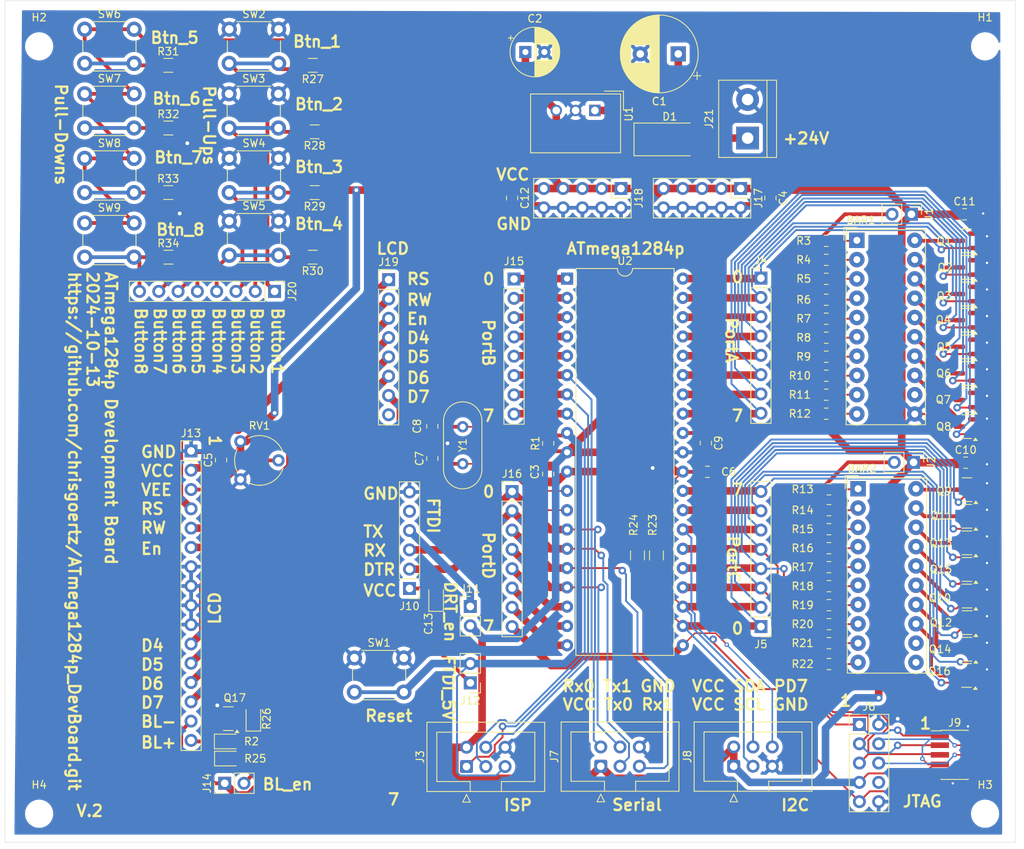
<source format=kicad_pcb>
(kicad_pcb (version 20240108) (generator "pcbnew") (generator_version "8.0")
  (layers (0 "F.Cu" signal) (31 "B.Cu" signal) (34 "B.Paste" user) (35 "F.Paste" user) (36 "B.SilkS" user "B.Silkscreen") (37 "F.SilkS" user "F.Silkscreen") (38 "B.Mask" user) (39 "F.Mask" user) (44 "Edge.Cuts" user))
  (net 0 "")
  (net 1 "Net-(BAR1-A-Pad5)")
  (net 3 "Net-(BAR1-A-Pad10)")
  (net 4 "Net-(BAR1-A-Pad9)")
  (net 5 "Net-(BAR1-A-Pad2)")
  (net 6 "Net-(BAR1-A-Pad3)")
  (net 7 "Net-(BAR1-A-Pad7)")
  (net 8 "Net-(BAR1-A-Pad1)")
  (net 9 "Net-(BAR1-A-Pad6)")
  (net 10 "Net-(BAR1-A-Pad4)")
  (net 11 "Net-(BAR1-A-Pad8)")
  (net 12 "GND")
  (net 13 "Net-(D1-K)")
  (net 14 "VCC")
  (net 15 "Net-(U2-XTAL1)")
  (net 16 "Net-(U2-XTAL2)")
  (net 17 "Net-(U2-AREF)")
  (net 18 "+24V")
  (net 19 "PortA0")
  (net 20 "Net-(BAR2-A-Pad4)")
  (net 22 "Net-(BAR2-A-Pad1)")
  (net 23 "Net-(BAR2-A-Pad6)")
  (net 24 "Net-(BAR2-A-Pad2)")
  (net 25 "Net-(BAR2-A-Pad3)")
  (net 26 "Net-(BAR2-A-Pad10)")
  (net 27 "Net-(BAR2-A-Pad5)")
  (net 28 "Net-(BAR2-A-Pad7)")
  (net 29 "Net-(BAR2-A-Pad9)")
  (net 31 "Net-(BAR2-A-Pad8)")
  (net 32 "Net-(J2-Pin_2)")
  (net 33 "PortA1")
  (net 34 "PortA2")
  (net 35 "PortA3")
  (net 36 "PortA4")
  (net 37 "PortA5")
  (net 38 "PortA6")
  (net 39 "PortA7")
  (net 40 "PortC0")
  (net 41 "PortC4")
  (net 42 "PortC1")
  (net 43 "PortC5")
  (net 44 "PortC2")
  (net 45 "PortC6")
  (net 46 "PortC3")
  (net 47 "PortC7")
  (net 48 "/PORTS/PortA1_LED")
  (net 49 "/PORTS/PortA0_LED")
  (net 50 "/PORTS/PortA5_LED")
  (net 51 "/PORTS/PortA2_LED")
  (net 52 "/PORTS/PortA3_LED")
  (net 53 "/PORTS/PortA6_LED")
  (net 54 "/PORTS/PortA4_LED")
  (net 55 "/PORTS/PortA7_LED")
  (net 56 "/PORTS/PortC2_LED")
  (net 57 "/PORTS/PortC5_LED")
  (net 58 "/PORTS/PortC6_LED")
  (net 59 "/PORTS/PortC1_LED")
  (net 60 "/PORTS/PortC7_LED")
  (net 61 "/PORTS/PortC0_LED")
  (net 62 "/PORTS/PortC3_LED")
  (net 63 "/PORTS/PortC4_LED")
  (net 64 "Net-(J10-Pin_1)")
  (net 65 "Net-(J12-Pin_1)")
  (net 66 "RESET")
  (net 69 "Net-(J10-Pin_4)")
  (net 70 "Net-(J13-Pin_3)")
  (net 72 "Net-(J13-Pin_16)")
  (net 73 "PortB0")
  (net 74 "PortB7")
  (net 75 "PortB4")
  (net 76 "PortB5")
  (net 77 "PortB2")
  (net 78 "PortB1")
  (net 79 "PortB3")
  (net 80 "PortB6")
  (net 81 "PortD4")
  (net 82 "PortD3")
  (net 83 "PortD5")
  (net 84 "PortD6")
  (net 85 "PortD1")
  (net 86 "PortD7")
  (net 87 "PortD0")
  (net 88 "PortD2")
  (net 89 "/Buttons/Button1")
  (net 90 "/Buttons/Button3")
  (net 91 "/Buttons/Button2")
  (net 92 "/Buttons/Button8")
  (net 93 "/Buttons/Button6")
  (net 94 "/Buttons/Button7")
  (net 95 "/Buttons/Button5")
  (net 96 "/Buttons/Button4")
  (net 97 "Net-(Q17-D)")
  (net 98 "Net-(J14-Pin_2)")
  (net 100 "/PORTS/PortA_Leds_VCC")
  (net 101 "Reset")
  (net 102 "/LCD/D4")
  (net 103 "/LCD/D6")
  (net 104 "/LCD/En")
  (net 105 "/LCD/RS")
  (net 106 "/LCD/D7")
  (net 107 "/LCD/RW")
  (net 108 "/LCD/D5")
  (footprint "Button_Switch_THT:SW_PUSH_6mm" (layer "F.Cu") (at 86.775 29.75)
    (property "Reference" "SW2")
    (property "Value" "SW_Push_Open_Dual")
  )
  (footprint "Connector_PinHeader_2.54mm:PinHeader_1x02_P2.54mm_Vertical" (layer "F.Cu") (at 118.5 115.775 180)
    (property "Reference" "J12")
    (property "Value" "FTDI_DTR_en")
  )
  (footprint "Package_TO_SOT_SMD:SOT-23" (layer "F.Cu") (at 183.8125 78.55 180)
    (property "Reference" "Q7")
    (property "Value" "2N7002")
  )
  (footprint "Inductor_SMD:L_1206_3216Metric_Pad1.42x1.75mm_HandSolder" (layer "F.Cu") (at 140.5 99 -90)
    (property "Reference" "R24")
    (property "Value" "6K19")
  )
  (footprint "Package_TO_SOT_SMD:SOT-23" (layer "F.Cu") (at 183.8125 82.05 180)
    (property "Reference" "Q8")
    (property "Value" "2N7002")
  )
  (footprint "Inductor_SMD:L_1206_3216Metric_Pad1.42x1.75mm_HandSolder" (layer "F.Cu") (at 98.0125 51.25 180)
    (property "Reference" "R29")
    (property "Value" "9K53")
  )
  (footprint "Capacitor_SMD:C_0805_2012Metric_Pad1.18x1.45mm_HandSolder" (layer "F.Cu") (at 165.3375 77.85)
    (property "Reference" "R11")
    (property "Value" "330")
  )
  (footprint "Capacitor_SMD:C_0805_2012Metric_Pad1.18x1.45mm_HandSolder" (layer "F.Cu") (at 165.7 108.05)
    (property "Reference" "R20")
    (property "Value" "330")
  )
  (footprint "Package_TO_SOT_SMD:SOT-23" (layer "F.Cu") (at 183.8125 61.1 180)
    (property "Reference" "Q2")
    (property "Value" "2N7002")
  )
  (footprint "Inductor_SMD:L_1206_3216Metric_Pad1.42x1.75mm_HandSolder" (layer "F.Cu") (at 78.7625 42.75)
    (property "Reference" "R32")
    (property "Value" "9K53")
  )
  (footprint "Connector_PinHeader_2.54mm:PinHeader_2x05_P2.54mm_Vertical" (layer "F.Cu") (at 154.08 50.71 -90)
    (property "Reference" "J17")
    (property "Value" "Supply")
  )
  (footprint "Capacitor_SMD:C_0805_2012Metric_Pad1.18x1.45mm_HandSolder" (layer "F.Cu") (at 128.75 84.25 90)
    (property "Reference" "R1")
    (property "Value" "11K3")
  )
  (footprint "Connector_PinHeader_2.54mm:PinHeader_1x08_P2.54mm_Vertical" (layer "F.Cu") (at 92.74 64.25 -90)
    (property "Reference" "J20")
    (property "Value" "Buttons")
  )
  (footprint "Button_Switch_THT:SW_PUSH_6mm" (layer "F.Cu") (at 86.775 55)
    (property "Reference" "SW5")
    (property "Value" "SW_Push_Open_Dual")
  )
  (footprint "Capacitor_SMD:C_0805_2012Metric_Pad1.18x1.45mm_HandSolder" (layer "F.Cu") (at 165.7 110.55)
    (property "Reference" "R21")
    (property "Value" "330")
  )
  (footprint "LED_SMD:LED_0805_2012Metric_Pad1.15x1.40mm_HandSolder" (layer "F.Cu") (at 89.95 120.265 90)
    (property "Reference" "R26")
    (property "Value" "11K3")
  )
  (footprint "Capacitor_SMD:C_0805_2012Metric_Pad1.18x1.45mm_HandSolder" (layer "F.Cu") (at 165.7 95.55)
    (property "Reference" "R15")
    (property "Value" "330")
  )
  (footprint "Inductor_SMD:L_1206_3216Metric_Pad1.42x1.75mm_HandSolder" (layer "F.Cu") (at 78.7375 51.25)
    (property "Reference" "R33")
    (property "Value" "9K53")
  )
  (footprint "Button_Switch_THT:SW_PUSH_6mm" (layer "F.Cu") (at 103.25 112.5)
    (property "Reference" "SW1")
    (property "Value" "SW_Push_Open_Dual")
  )
  (footprint "Inductor_SMD:L_1206_3216Metric_Pad1.42x1.75mm_HandSolder" (layer "F.Cu") (at 78.7625 59.75)
    (property "Reference" "R34")
    (property "Value" "9K53")
  )
  (footprint "Display:HDSP-4850" (layer "F.Cu") (at 169.375 57.53)
    (property "Reference" "BAR1")
    (property "Value" "HDSP-4850_2")
  )
  (footprint "MountingHole:MountingHole_3.2mm_M3_DIN965" (layer "F.Cu") (at 61.75 32)
    (property "Reference" "H2")
    (property "Value" "MountingHole")
  )
  (footprint "TerminalBlock:TerminalBlock_bornier-2_P5.08mm" (layer "F.Cu") (at 155 44.08 90)
    (property "Reference" "J21")
    (property "Value" "Power Supply")
  )
  (footprint "Package_TO_SOT_SMD:SOT-23" (layer "F.Cu") (at 183.8125 57.6 180)
    (property "Reference" "Q1")
    (property "Value" "2N7002")
  )
  (footprint "Package_TO_SOT_SMD:SOT-23" (layer "F.Cu") (at 183.8125 68.05 180)
    (property "Reference" "Q4")
    (property "Value" "2N7002")
  )
  (footprint "Connector_PinHeader_1.27mm:PinHeader_2x05_P1.27mm_Vertical_SMD" (layer "F.Cu") (at 182.25 125.25)
    (property "Reference" "J9")
    (property "Value" "AVR-JTAG-10")
  )
  (footprint "Package_TO_SOT_SMD:SOT-23" (layer "F.Cu") (at 183.875 93.85 180)
    (property "Reference" "Q11")
    (property "Value" "2N7002")
  )
  (footprint "Capacitor_SMD:C_0805_2012Metric_Pad1.18x1.45mm_HandSolder" (layer "F.Cu") (at 183.55 54.1)
    (property "Reference" "C11")
    (property "Value" "100nF")
  )
  (footprint "Capacitor_SMD:C_0805_2012Metric_Pad1.18x1.45mm_HandSolder" (layer "F.Cu") (at 113.5 82 -90)
    (property "Reference" "C8")
    (property "Value" "22pF")
  )
  (footprint "Connector_PinHeader_2.54mm:PinHeader_1x08_P2.54mm_Vertical" (layer "F.Cu") (at 156.75 108.37 180)
    (property "Reference" "J5")
    (property "Value" "PORTC")
  )
  (footprint "Display:HDSP-4850" (layer "F.Cu") (at 169.535 90.2275)
    (property "Reference" "BAR2")
    (property "Value" "HDSP-4850_2")
  )
  (footprint "LED_SMD:LED_0805_2012Metric_Pad1.15x1.40mm_HandSolder" (layer "F.Cu") (at 86.7 125.74)
    (property "Reference" "R25")
    (property "Value" "100R")
  )
  (footprint "Connector_PinHeader_2.54mm:PinHeader_2x05_P2.54mm_Vertical" (layer "F.Cu") (at 169.71 121.25)
    (property "Reference" "J6")
    (property "Value" "AVR-JTAG-10")
  )
  (footprint "Connector_PinHeader_2.54mm:PinHeader_2x05_P2.54mm_Vertical" (layer "F.Cu") (at 138.33 50.71 -90)
    (property "Reference" "J18")
    (property "Value" "Supply")
  )
  (footprint "Inductor_SMD:L_1206_3216Metric_Pad1.42x1.75mm_HandSolder" (layer "F.Cu") (at 98.0125 43.25 180)
    (property "Reference" "R28")
    (property "Value" "9K53")
  )
  (footprint "Capacitor_SMD:C_0805_2012Metric_Pad1.18x1.45mm_HandSolder" (layer "F.Cu") (at 158 51.9625 -90)
    (property "Reference" "C4")
    (property "Value" "100nF")
  )
  (footprint "Capacitor_THT:CP_Radial_D10.0mm_P5.00mm" (layer "F.Cu") (at 145.867677 33 180)
    (property "Reference" "C1")
    (property "Value" "470uF")
  )
  (footprint "Inductor_SMD:L_1206_3216Metric_Pad1.42x1.75mm_HandSolder" (layer "F.Cu") (at 78.75 34.5)
    (property "Reference" "R31")
    (property "Value" "9K53")
  )
  (footprint "Capacitor_SMD:C_0805_2012Metric_Pad1.18x1.45mm_HandSolder" (layer "F.Cu") (at 149.5 84.2125 -90)
    (property "Reference" "C9")
    (property "Value" "100nF")
  )
  (footprint "Capacitor_SMD:C_0805_2012Metric_Pad1.18x1.45mm_HandSolder" (layer "F.Cu") (at 165.7 100.55)
    (property "Reference" "R17")
    (property "Value" "330")
  )
  (footprint "Button_Switch_THT:SW_PUSH_6mm" (layer "F.Cu") (at 67.75 29.75)
    (property "Reference" "SW6")
    (property "Value" "SW_Push_Open_Dual")
  )
  (footprint "MountingHole:MountingHole_3.2mm_M3_DIN965" (layer "F.Cu") (at 186.25 133)
    (property "Reference" "H3")
    (property "Value" "MountingHole")
  )
  (footprint "Package_TO_SOT_SMD:SOT-23" (layer "F.Cu") (at 183.875 111.35 180)
    (property "Reference" "Q14")
    (property "Value" "2N7002")
  )
  (footprint "Potentiometer_THT:Potentiometer_Piher_PT-6-V_Vertical" (layer "F.Cu") (at 88.25 89)
    (property "Reference" "RV1")
    (property "Value" "10K")
  )
  (footprint "Connector_PinHeader_2.54mm:PinHeader_1x06_P2.54mm_Vertical" (layer "F.Cu") (at 110.5 103.35 180)
    (property "Reference" "J10")
    (property "Value" "FTDI")
  )
  (footprint "Capacitor_SMD:C_0805_2012Metric_Pad1.18x1.45mm_HandSolder" (layer "F.Cu") (at 183.7 86.8)
    (property "Reference" "C10")
    (property "Value" "100nF")
  )
  (footprint "Connector_PinHeader_2.54mm:PinHeader_1x16_P2.54mm_Vertical" (layer "F.Cu") (at 81.75 85.25)
    (property "Reference" "J13")
    (property "Value" "LCD")
  )
  (footprint "Capacitor_SMD:C_0805_2012Metric_Pad1.18x1.45mm_HandSolder" (layer "F.Cu") (at 165.7 93.05)
    (property "Reference" "R14")
    (property "Value" "330")
  )
  (footprint "Capacitor_SMD:C_0805_2012Metric_Pad1.18x1.45mm_HandSolder" (layer "F.Cu") (at 128.75 88.2875 -90)
    (property "Reference" "C3")
    (property "Value" "100nF")
  )
  (footprint "Package_TO_SOT_SMD:SOT-23" (layer "F.Cu") (at 183.8125 114.8 180)
    (property "Reference" "Q16")
    (property "Value" "2N7002")
  )
  (footprint "Package_TO_SOT_SMD:SOT-23" (layer "F.Cu") (at 183.8125 75.05 180)
    (property "Reference" "Q6")
    (property "Value" "2N7002")
  )
  (footprint "Capacitor_SMD:C_0805_2012Metric_Pad1.18x1.45mm_HandSolder" (layer "F.Cu") (at 165.3375 75.35)
    (property "Reference" "R10")
    (property "Value" "330")
  )
  (footprint "Package_TO_SOT_SMD:SOT-23" (layer "F.Cu") (at 183.875 97.35 180)
    (property "Reference" "Q13")
    (property "Value" "2N7002")
  )
  (footprint "Capacitor_SMD:C_0805_2012Metric_Pad1.18x1.45mm_HandSolder" (layer "F.Cu") (at 165.3375 70.35)
    (property "Reference" "R8")
    (property "Value" "330")
  )
  (footprint "LED_SMD:LED_0805_2012Metric_Pad1.15x1.40mm_HandSolder" (layer "F.Cu") (at 114 104.5 90)
    (property "Reference" "C13")
    (property "Value" "100nF")
  )
  (footprint "Button_Switch_THT:SW_PUSH_6mm" (layer "F.Cu") (at 86.75 38.25)
    (property "Reference" "SW3")
    (property "Value" "SW_Push_Open_Dual")
  )
  (footprint "Button_Switch_THT:SW_PUSH_6mm" (layer "F.Cu") (at 67.75 38.25)
    (property "Reference" "SW7")
    (property "Value" "SW_Push_Open_Dual")
  )
  (footprint "Inductor_SMD:L_1206_3216Metric_Pad1.42x1.75mm_HandSolder" (layer "F.Cu") (at 97.7625 59.75 180)
    (property "Reference" "R30")
    (property "Value" "9K53")
  )
  (footprint "Package_TO_SOT_SMD:SOT-23" (layer "F.Cu") (at 183.875 107.85 180)
    (property "Reference" "Q12")
    (property "Value" "2N7002")
  )
  (footprint "Connector_PinHeader_2.54mm:PinHeader_1x08_P2.54mm_Vertical" (layer "F.Cu") (at 156.75 62.51)
    (property "Reference" "J4")
    (property "Value" "PORTA")
  )
  (footprint "Capacitor_THT:CP_Radial_D6.3mm_P2.50mm" (layer "F.Cu") (at 125.75 32.75)
    (property "Reference" "C2")
    (property "Value" "220uF")
  )
  (footprint "MountingHole:MountingHole_3.2mm_M3_DIN965" (layer "F.Cu") (at 186.25 32)
    (property "Reference" "H1")
    (property "Value" "MountingHole")
  )
  (footprint "Connector_PinHeader_2.54mm:PinHeader_1x08_P2.54mm_Vertical" (layer "F.Cu") (at 107.75 62.71)
    (property "Reference" "J19")
    (property "Value" "LCD_Interface")
  )
  (footprint "Package_TO_SOT_SMD:SOT-23" (layer "F.Cu") (at 183.875 90.35 180)
    (property "Reference" "Q9")
    (property "Value" "2N7002")
  )
  (footprint "Package_TO_SOT_SMD:SOT-23" (layer "F.Cu") (at 183.8125 71.55 180)
    (property "Reference" "Q5")
    (property "Value" "2N7002")
  )
  (footprint "Capacitor_SMD:C_0805_2012Metric_Pad1.18x1.45mm_HandSolder" (layer "F.Cu") (at 165.7 103.05)
    (property "Reference" "R18")
    (property "Value" "330")
  )
  (footprint "Capacitor_SMD:C_0805_2012Metric_Pad1.18x1.45mm_HandSolder" (layer "F.Cu") (at 165.3375 60.1)
    (property "Reference" "R4")
    (property "Value" "330")
  )
  (footprint "Capacitor_SMD:C_0805_2012Metric_Pad1.18x1.45mm_HandSolder" (layer "F.Cu") (at 165.3375 67.85)
    (property "Reference" "R7")
    (property "Value" "330")
  )
  (footprint "Package_TO_SOT_SMD:SOT-23" (layer "F.Cu") (at 183.875 104.35 180)
    (property "Reference" "Q10")
    (property "Value" "2N7002")
  )
  (footprint "Connector_PinHeader_2.54mm:PinHeader_1x02_P2.54mm_Vertical" (layer "F.Cu") (at 176.8375 86.75 -90)
    (property "Reference" "J2")
    (property "Value" "PortB_LEDS_en")
  )
  (footprint "Package_DIP:DIP-40_W15.24mm" (layer "F.Cu") (at 131.2325 62.57)
    (property "Reference" "U2")
    (property "Value" "ATmega644-20P")
  )
  (footprint "Connector_IDC:IDC-Header_2x03_P2.54mm_Vertical" (layer "F.Cu") (at 118 126.79 90)
    (property "Reference" "J3")
    (property "Value" "AVR-ISP-6")
  )
  (footprint "LED_SMD:LED_0805_2012Metric_Pad1.15x1.40mm_HandSolder" (layer "F.Cu") (at 86.675 123.49)
    (property "Reference" "R2")
    (property "Value" "100R")
  )
  (footprint "Capacitor_SMD:C_0805_2012Metric_Pad1.18x1.45mm_HandSolder" (layer "F.Cu") (at 165.7 98.05)
    (property "Reference" "R16")
    (property "Value" "330")
  )
  (footprint "Button_Switch_THT:SW_PUSH_6mm" (layer "F.Cu") (at 67.75 46.75)
    (property "Reference" "SW8")
    (property "Value" "SW_Push_Open_Dual")
  )
  (footprint "Connector_IDC:IDC-Header_2x03_P2.54mm_Vertical" (layer "F.Cu") (at 135.67 126.75 90)
    (property "Reference" "J7")
    (property "Value" "Serial")
  )
  (footprint "Button_Switch_THT:SW_PUSH_6mm" (layer "F.Cu") (at 67.75 55.25)
    (property "Reference" "SW9")
    (property "Value" "SW_Push_Open_Dual")
  )
  (footprint "Capacitor_SMD:C_0805_2012Metric_Pad1.18x1.45mm_HandSolder" (layer "F.Cu") (at 165.3375 72.85)
    (property "Reference" "R9")
    (property "Value" "330")
  )
  (footprint "Crystal:Crystal_HC49-4H_Vertical" (layer "F.Cu") (at 117.5 86.95 90)
    (property "Reference" "Y1")
    (property "Value" "20 MHz")
  )
  (footprint "Inductor_SMD:L_1206_3216Metric_Pad1.42x1.75mm_HandSolder" (layer "F.Cu") (at 143 99 -90)
    (property "Reference" "R23")
    (property "Value" "6K19")
  )
  (footprint "Package_TO_SOT_SMD:SOT-23" (layer "F.Cu") (at 86.6375 120.49 180)
    (property "Reference" "Q17")
    (property "Value" "2N7002")
  )
  (footprint "Capacitor_SMD:C_0805_2012Metric_Pad1.18x1.45mm_HandSolder" (layer "F.Cu") (at 113.5 86.25 90)
    (property "Reference" "C7")
    (property "Value" "22pF")
  )
  (footprint "Capacitor_SMD:C_0805_2012Metric_Pad1.18x1.45mm_HandSolder" (layer "F.Cu") (at 149.7125 88)
    (property "Reference" "C6")
    (property "Value" "100nF")
  )
  (footprint "Capacitor_SMD:C_0805_2012Metric_Pad1.18x1.45mm_HandSolder" (layer "F.Cu") (at 165.3375 65.35)
    (property "Reference" "R6")
    (property "Value" "330")
  )
  (footprint "Capacitor_SMD:C_0805_2012Metric_Pad1.18x1.45mm_HandSolder" (layer "F.Cu") (at 165.7 105.55)
    (property "Reference" "R19")
    (property "Value" "330")
  )
  (footprint "Connector_IDC:IDC-Header_2x03_P2.54mm_Vertical" (layer "F.Cu") (at 153.17 126.75 90)
    (property "Reference" "J8")
    (property "Value" "I2C")
  )
  (footprint "Connector_PinHeader_2.54mm:PinHeader_1x02_P2.54mm_Vertical" (layer "F.Cu") (at 86.175 128.99 90)
    (property "Reference" "J14")
    (property "Value" "Conn_01x02")
  )
  (footprint "Converter_DCDC:Converter_DCDC_TRACO_TSR1-xxxxE_THT" (layer "F.Cu") (at 134.8975 40.4425 -90)
    (property "Reference" "U1")
    (property "Value" "TSR1-2450E")
  )
  (footprint "Capacitor_SMD:C_0805_2012Metric_Pad1.18x1.45mm_HandSolder" (layer "F.Cu") (at 165.7 113.3)
    (property "Reference" "R22")
    (property "Value" "330")
  )
  (footprint "Capacitor_SMD:C_0805_2012Metric_Pad1.18x1.45mm_HandSolder" (layer "F.Cu") (at 165.3375 57.6)
    (property "Reference" "R3")
    (property "Value" "330")
  )
  (footprint "Package_TO_SOT_SMD:SOT-23" (layer "F.Cu") (at 183.8125 64.6 180)
    (property "Reference" "Q3")
    (property "Value" "2N7002")
  )
  (footprint "Connector_PinHeader_2.54mm:PinHeader_1x02_P2.54mm_Vertical" (layer "F.Cu") (at 176.55 54.1 -90)
    (property "Reference" "J1")
    (property "Value" "PortA_LEDS_en")
  )
  (footprint "MountingHole:MountingHole_3.2mm_M3_DIN965" (layer "F.Cu") (at 61.75 133)
    (property "Reference" "H4")
    (property "Value" "MountingHole")
  )
  (footprint "Diode_SMD:D_SMB_Handsoldering" (layer "F.Cu") (at 144.75 44.25)
    (property "Reference" "D1")
    (property "Value" "SMS140")
  )
  (footprint "Capacitor_SMD:C_0805_2012Metric_Pad1.18x1.45mm_HandSolder" (layer "F.Cu") (at 165.7 90.3)
    (property "Reference" "R13")
    (property "Value" "330")
  )
  (footprint "Package_TO_SOT_SMD:SOT-23" (layer "F.Cu") (at 183.875 100.85 180)
    (property "Reference" "Q15")
    (property "Value" "2N7002")
  )
  (footprint "Button_Switch_THT:SW_PUSH_6mm" (layer "F.Cu") (at 86.775 46.75)
    (property "Reference" "SW4")
    (property "Value" "SW_Push_Open_Dual")
  )
  (footprint "Capacitor_SMD:C_0805_2012Metric_Pad1.18x1.45mm_HandSolder" (layer "F.Cu") (at 124 51.9625 -90)
    (property "Reference" "C12")
    (property "Value" "100nF")
  )
  (footprint "Connector_PinHeader_2.54mm:PinHeader_1x08_P2.54mm_Vertical" (layer "F.Cu") (at 124.25 62.625)
    (property "Reference" "J15")
    (property "Value" "PORTB")
  )
  (footprint "Capacitor_SMD:C_0805_2012Metric_Pad1.18x1.45mm_HandSolder" (layer "F.Cu") (at 165.3375 80.35)
    (property "Reference" "R12")
    (property "Value" "930")
  )
  (footprint "Capacitor_SMD:C_0805_2012Metric_Pad1.18x1.45mm_HandSolder" (layer "F.Cu") (at 165.3375 62.6)
    (property "Reference" "R5")
    (property "Value" "330")
  )
  (footprint "Capacitor_SMD:C_0805_2012Metric_Pad1.18x1.45mm_HandSolder" (layer "F.Cu") (at 85.7 86.4525 90)
    (property "Reference" "C5")
    (property "Value" "100nF")
  )
  (footprint "Connector_PinHeader_2.54mm:PinHeader_1x02_P2.54mm_Vertical" (layer "F.Cu") (at 118.5 105.725)
    (property "Reference" "J11")
    (property "Value" "FTDI_VCC_en")
  )
  (footprint "Connector_PinHeader_2.54mm:PinHeader_1x08_P2.54mm_Vertical" (layer "F.Cu") (at 124 90.59)
    (property "Reference" "J16")
    (property "Value" "PORTD")
  )
  (footprint "Inductor_SMD:L_1206_3216Metric_Pad1.42x1.75mm_HandSolder" (layer "F.Cu") (at 97.7625 34.5 180)
    (property "Reference" "R27")
    (property "Value" "9K53")
  )
  (gr_rect (start 57.25 26) (end 190.25 136.75) (stroke (width 0.05)) (fill none) (layer "Edge.Cuts"))
  (gr_text "DRT_en" (at 115 102.25 -90) (layer "F.SilkS") (effects (font (size 1.5 1.5) (thickness 0.3) (bold yes)) (justify left bottom)))
  (gr_text "RS" (at 75 93.75 0) (layer "F.SilkS") (effects (font (size 1.5 1.5) (thickness 0.3) (bold yes)) (justify left bottom)))
  (gr_text "RW" (at 75 96.25 0) (layer "F.SilkS") (effects (font (size 1.5 1.5) (thickness 0.3) (bold yes)) (justify left bottom)))
  (gr_text "Btn_2" (at 95.25 40.5 0) (layer "F.SilkS") (effects (font (size 1.5 1.5) (thickness 0.3) (bold yes)) (justify left bottom)))
  (gr_text "ATmega1284p Development Board\n2024-10-13\nhttps://github.com/chrisgoertz/ATmega1284p_DevBoard.git\n" (at 65.5 61.5 270) (layer "F.SilkS") (effects (font (size 1.5 1.5) (thickness 0.3) (bold yes)) (justify left bottom)))
  (gr_text "Btn_5" (at 76.25 31.75 0) (layer "F.SilkS") (effects (font (size 1.5 1.5) (thickness 0.3) (bold yes)) (justify left bottom)))
  (gr_text "FTDI" (at 112.75 91.25 -90) (layer "F.SilkS") (effects (font (size 1.5 1.5) (thickness 0.3) (bold yes)) (justify left bottom)))
  (gr_text "VCC" (at 104.25 104.5 0) (layer "F.SilkS") (effects (font (size 1.5 1.5) (thickness 0.3) (bold yes)) (justify left bottom)))
  (gr_text "D4" (at 75 111.75 0) (layer "F.SilkS") (effects (font (size 1.5 1.5) (thickness 0.3) (bold yes)) (justify left bottom)))
  (gr_text "Btn_3" (at 95.25 48.75 0) (layer "F.SilkS") (effects (font (size 1.5 1.5) (thickness 0.3) (bold yes)) (justify left bottom)))
  (gr_text "TX" (at 104.25 96.75 0) (layer "F.SilkS") (effects (font (size 1.5 1.5) (thickness 0.3) (bold yes)) (justify left bottom)))
  (gr_text "GND" (at 104.25 91.75 0) (layer "F.SilkS") (effects (font (size 1.5 1.5) (thickness 0.3) (bold yes)) (justify left bottom)))
  (gr_text "D7" (at 110 79 0) (layer "F.SilkS") (effects (font (size 1.5 1.5) (thickness 0.3) (bold yes)) (justify left bottom)))
  (gr_text "VCC" (at 75 88.75 0) (layer "F.SilkS") (effects (font (size 1.5 1.5) (thickness 0.3) (bold yes)) (justify left bottom)))
  (gr_text "D7" (at 75 119.25 0) (layer "F.SilkS") (effects (font (size 1.5 1.5) (thickness 0.3) (bold yes)) (justify left bottom)))
  (gr_text "Btn_7" (at 76.75 47.5 0) (layer "F.SilkS") (effects (font (size 1.5 1.5) (thickness 0.3) (bold yes)) (justify left bottom)))
  (gr_text "RX" (at 104.25 99.25 0) (layer "F.SilkS") (effects (font (size 1.5 1.5) (thickness 0.3) (bold yes)) (justify left bottom)))
  (gr_text "GND" (at 75 86.25 0) (layer "F.SilkS") (effects (font (size 1.5 1.5) (thickness 0.3) (bold yes)) (justify left bottom)))
  (gr_text "VEE" (at 75 91.25 0) (layer "F.SilkS") (effects (font (size 1.5 1.5) (thickness 0.3) (bold yes)) (justify left bottom)))
  (gr_text "Button5" (at 81.75 66.25 -90) (layer "F.SilkS") (effects (font (size 1.5 1.5) (thickness 0.3) (bold yes)) (justify left bottom)))
  (gr_text "7" (at 120 81.5 0) (layer "F.SilkS") (effects (font (size 1.5 1.5) (thickness 0.3) (bold yes)) (justify left bottom)))
  (gr_text "0" (at 152.75 109.5 0) (layer "F.SilkS") (effects (font (size 1.5 1.5) (thickness 0.3) (bold yes)) (justify left bottom)))
  (gr_text "D6" (at 110 76.5 0) (layer "F.SilkS") (effects (font (size 1.5 1.5) (thickness 0.3) (bold yes)) (justify left bottom)))
  (gr_text "LCD" (at 85.75 108.25 90) (layer "F.SilkS") (effects (font (size 1.5 1.5) (thickness 0.3) (bold yes)) (justify left bottom)))
  (gr_text "V.2" (at 66.5 133.5 0) (layer "F.SilkS") (effects (font (size 1.5 1.5) (thickness 0.3) (bold yes)) (justify left bottom)))
  (gr_text "I2C" (at 159.25 132.75 0) (layer "F.SilkS") (effects (font (size 1.5 1.5) (thickness 0.3) (bold yes)) (justify left bottom)))
  (gr_text "D5" (at 75 114.25 0) (layer "F.SilkS") (effects (font (size 1.5 1.5) (thickness 0.3) (bold yes)) (justify left bottom)))
  (gr_text "PortD" (at 120 95.75 -90) (layer "F.SilkS") (effects (font (size 1.5 1.5) (thickness 0.3) (bold yes)) (justify left bottom)))
  (gr_text "D6" (at 75 116.75 0) (layer "F.SilkS") (effects (font (size 1.5 1.5) (thickness 0.3) (bold yes)) (justify left bottom)))
  (gr_text "JTAG" (at 175.25 132.25 0) (layer "F.SilkS") (effects (font (size 1.5 1.5) (thickness 0.3) (bold yes)) (justify left bottom)))
  (gr_text "En" (at 75 99 0) (layer "F.SilkS") (effects (font (size 1.5 1.5) (thickness 0.3) (bold yes)) (justify left bottom)))
  (gr_text "PortB" (at 120 67.75 -90) (layer "F.SilkS") (effects (font (size 1.5 1.5) (thickness 0.3) (bold yes)) (justify left bottom)))
  (gr_text "BL_en\n" (at 91 130 0) (layer "F.SilkS") (effects (font (size 1.5 1.5) (thickness 0.3) (bold yes)) (justify left bottom)))
  (gr_text "LCD" (at 106 59.5 0) (layer "F.SilkS") (effects (font (size 1.5 1.5) (thickness 0.3) (bold yes)) (justify left bottom)))
  (gr_text "7" (at 152.75 81.5 0) (layer "F.SilkS") (effects (font (size 1.5 1.5) (thickness 0.3) (bold yes)) (justify left bottom)))
  (gr_text "Button8" (at 74.25 66.25 -90) (layer "F.SilkS") (effects (font (size 1.5 1.5) (thickness 0.3) (bold yes)) (justify left bottom)))
  (gr_text "Button1" (at 92.25 66.25 -90) (layer "F.SilkS") (effects (font (size 1.5 1.5) (thickness 0.3) (bold yes)) (justify left bottom)))
  (gr_text "+24V" (at 159.5 45 0) (layer "F.SilkS") (effects (font (size 1.5 1.5) (thickness 0.3) (bold yes)) (justify left bottom)))
  (gr_text "PortC" (at 152.25 96.25 -90) (layer "F.SilkS") (effects (font (size 1.5 1.5) (thickness 0.3) (bold yes)) (justify left bottom)))
  (gr_text "0" (at 152.75 63.25 0) (layer "F.SilkS") (effects (font (size 1.5 1.5) (thickness 0.3) (bold yes)) (justify left bottom)))
  (gr_text "Btn_6" (at 76.5 39.75 0) (layer "F.SilkS") (effects (font (size 1.5 1.5) (thickness 0.3) (bold yes)) (justify left bottom)))
  (gr_text "1" (at 167 119 0) (layer "F.SilkS") (effects (font (size 1.5 1.5) (thickness 0.3) (bold yes)) (justify left bottom)))
  (gr_text "GND" (at 121.75 56.25 0) (layer "F.SilkS") (effects (font (size 1.5 1.5) (thickness 0.3) (bold yes)) (justify left bottom)))
  (gr_text "RS" (at 110 63.5 0) (layer "F.SilkS") (effects (font (size 1.5 1.5) (thickness 0.3) (bold yes)) (justify left bottom)))
  (gr_text "En" (at 110 68.75 0) (layer "F.SilkS") (effects (font (size 1.5 1.5) (thickness 0.3) (bold yes)) (justify left bottom)))
  (gr_text "Btn_4" (at 95.25 56.25 0) (layer "F.SilkS") (effects (font (size 1.5 1.5) (thickness 0.3) (bold yes)) (justify left bottom)))
  (gr_text "DTR" (at 104.25 101.75 0) (layer "F.SilkS") (effects (font (size 1.5 1.5) (thickness 0.3) (bold yes)) (justify left bottom)))
  (gr_text "VCC SDA PD7\nVCC SCL GND" (at 147.5 119.5 0) (layer "F.SilkS") (effects (font (size 1.5 1.5) (thickness 0.3) (bold yes)) (justify left bottom)))
  (gr_text "Serial" (at 137 132.71 0) (layer "F.SilkS") (effects (font (size 1.5 1.5) (thickness 0.3) (bold yes)) (justify left bottom)))
  (gr_text "PortA" (at 152 67.5 -90) (layer "F.SilkS") (effects (font (size 1.5 1.5) (thickness 0.3) (bold yes)) (justify left bottom)))
  (gr_text "D5" (at 110 73.75 0) (layer "F.SilkS") (effects (font (size 1.5 1.5) (thickness 0.3) (bold yes)) (justify left bottom)))
  (gr_text "0" (at 120 63.5 0) (layer "F.SilkS") (effects (font (size 1.5 1.5) (thickness 0.3) (bold yes)) (justify left bottom)))
  (gr_text "Reset" (at 104.5 121 0) (layer "F.SilkS") (effects (font (size 1.5 1.5) (thickness 0.3) (bold yes)) (justify left bottom)))
  (gr_text "7" (at 120 109.25 0) (layer "F.SilkS") (effects (font (size 1.5 1.5) (thickness 0.3) (bold yes)) (justify left bottom)))
  (gr_text "ATmega1284p" (at 131 59.5 0) (layer "F.SilkS") (effects (font (size 1.5 1.5) (thickness 0.3) (bold yes)) (justify left bottom)))
  (gr_text "RW" (at 110 66.25 0) (layer "F.SilkS") (effects (font (size 1.5 1.5) (thickness 0.3) (bold yes)) (justify left bottom)))
  (gr_text "BL-" (at 75 121.75 0) (layer "F.SilkS") (effects (font (size 1.5 1.5) (thickness 0.3) (bold yes)) (justify left bottom)))
  (gr_text "BL+" (at 75 124.5 0) (layer "F.SilkS") (effects (font (size 1.5 1.5) (thickness 0.3) (bold yes)) (justify left bottom)))
  (gr_text "Button2" (at 89.5 66.25 -90) (layer "F.SilkS") (effects (font (size 1.5 1.5) (thickness 0.3) (bold yes)) (justify left bottom)))
  (gr_text "Pull-Downs" (at 63.75 36.75 270) (layer "F.SilkS") (effects (font (size 1.5 1.5) (thickness 0.3) (bold yes)) (justify left bottom)))
  (gr_text "1" (at 177.5 122 0) (layer "F.SilkS") (effects (font (size 1.5 1.5) (thickness 0.3) (bold yes)) (justify left bottom)))
  (gr_text "Rx0 Tx1 GND\nVCC Tx0 Rx1" (at 130.5 119.5 0) (layer "F.SilkS") (effects (font (size 1.5 1.5) (thickness 0.3) (bold yes)) (justify left bottom)))
  (gr_text "0" (at 120 91.5 0) (layer "F.SilkS") (effects (font (size 1.5 1.5) (thickness 0.3) (bold yes)) (justify left bottom)))
  (gr_text "Button3" (at 87 66.25 -90) (layer "F.SilkS") (effects (font (size 1.5 1.5) (thickness 0.3) (bold yes)) (justify left bottom)))
  (gr_text "7" (at 152.75 91.25 0) (layer "F.SilkS") (effects (font (size 1.5 1.5) (thickness 0.3) (bold yes)) (justify left bottom)))
  (gr_text "VCC" (at 121.75 49.75 0) (layer "F.SilkS") (effects (font (size 1.5 1.5) (thickness 0.3) (bold yes)) (justify left bottom)))
  (gr_text "7" (at 107.5 132 0) (layer "F.SilkS") (effects (font (size 1.5 1.5) (thickness 0.3) (bold yes)) (justify left bottom)))
  (gr_text "1" (at 84 83 -90) (layer "F.SilkS") (effects (font (size 1.5 1.5) (thickness 0.3) (bold yes)) (justify left bottom)))
  (gr_text "Button7" (at 76.75 66.25 -90) (layer "F.SilkS") (effects (font (size 1.5 1.5) (thickness 0.3) (bold yes)) (justify left bottom)))
  (gr_text "ISP\n" (at 122.75 132.75 0) (layer "F.SilkS") (effects (font (size 1.5 1.5) (thickness 0.3) (bold yes)) (justify left bottom)))
  (gr_text "Button4" (at 84.5 66.25 -90) (layer "F.SilkS") (effects (font (size 1.5 1.5) (thickness 0.3) (bold yes)) (justify left bottom)))
  (gr_text "Btn_1\n" (at 95 32.25 0) (layer "F.SilkS") (effects (font (size 1.5 1.5) (thickness 0.3) (bold yes)) (justify left bottom)))
  (gr_text "D4" (at 110 71.25 0) (layer "F.SilkS") (effects (font (size 1.5 1.5) (thickness 0.3) (bold yes)) (justify left bottom)))
  (gr_text "Pull-Ups" (at 83.25 37 270) (layer "F.SilkS") (effects (font (size 1.5 1.5) (thickness 0.3) (bold yes)) (justify left bottom)))
  (gr_text "Btn_8" (at 77 57 0) (layer "F.SilkS") (effects (font (size 1.5 1.5) (thickness 0.3) (bold yes)) (justify left bottom)))
  (gr_text "Button6" (at 79.25 66.25 -90) (layer "F.SilkS") (effects (font (size 1.5 1.5) (thickness 0.3) (bold yes)) (justify left bottom)))
  (gr_text "FTDI_5V" (at 114.75 112 -90) (layer "F.SilkS") (effects (font (size 1.5 1.5) (thickness 0.3) (bold yes)) (justify left bottom)))
  (segment (start 166.375 67.85) (end 169.215 67.85) (width 0.25) (layer "F.Cu") (net 1))
  (segment (start 169.215 67.85) (end 169.375 67.69) (width 0.25) (layer "F.Cu") (net 1))
  (segment (start 166.375 80.35) (end 169.335 80.35) (width 0.25) (layer "F.Cu") (net 3))
  (segment (start 169.335 80.35) (end 169.375 80.39) (width 0.25) (layer "F.Cu") (net 3))
  (segment (start 166.375 77.85) (end 169.375 77.85) (width 0.25) (layer "F.Cu") (net 4))
  (segment (start 169.345 60.1) (end 169.375 60.07) (width 0.25) (layer "F.Cu") (net 5))
  (segment (start 166.375 60.1) (end 169.345 60.1) (width 0.25) (layer "F.Cu") (net 5))
  (segment (start 169.365 62.6) (end 169.375 62.61) (width 0.25) (layer "F.Cu") (net 6))
  (segment (start 166.375 62.6) (end 169.365 62.6) (width 0.25) (layer "F.Cu") (net 6))
  (segment (start 166.375 72.85) (end 169.295 72.85) (width 0.25) (layer "F.Cu") (net 7))
  (segment (start 169.295 72.85) (end 169.375 72.77) (width 0.25) (layer "F.Cu") (net 7))
  (segment (start 169.305 57.6) (end 169.375 57.53) (width 0.25) (layer "F.Cu") (net 8))
  (segment (start 166.375 57.6) (end 169.305 57.6) (width 0.25) (layer "F.Cu") (net 8))
  (segment (start 166.375 70.35) (end 169.255 70.35) (width 0.25) (layer "F.Cu") (net 9))
  (segment (start 169.255 70.35) (end 169.375 70.23) (width 0.25) (layer "F.Cu") (net 9))
  (segment (start 169.175 65.35) (end 169.375 65.15) (width 0.25) (layer "F.Cu") (net 10))
  (segment (start 166.375 65.35) (end 169.175 65.35) (width 0.25) (layer "F.Cu") (net 10))
  (segment (start 166.375 75.35) (end 169.335 75.35) (width 0.25) (layer "F.Cu") (net 11))
  (segment (start 169.335 75.35) (end 169.375 75.31) (width 0.25) (layer "F.Cu") (net 11))
  (segment (start 178.3275 80.39) (end 176.995 80.39) (width 0.25) (layer "F.Cu") (net 12))
  (segment (start 186.15 63.65) (end 186.5 64) (width 0.25) (layer "F.Cu") (net 12))
  (segment (start 184.8125 92.9) (end 186.4 92.9) (width 0.25) (layer "F.Cu") (net 12))
  (segment (start 184.75 77.6) (end 186.1 77.6) (width 0.25) (layer "F.Cu") (net 12))
  (segment (start 186.1 70.6) (end 186.5 71) (width 0.25) (layer "F.Cu") (net 12))
  (segment (start 184.5875 54.1) (end 185.9 54.1) (width 0.2) (layer "F.Cu") (net 12))
  (segment (start 186.1 67.1) (end 186.5 67.5) (width 0.25) (layer "F.Cu") (net 12))
  (segment (start 80.25 42.75) (end 80.25 43.75) (width 0.5) (layer "F.Cu") (net 12))
  (segment (start 186.4 106.9) (end 186.5 107) (width 0.25) (layer "F.Cu") (net 12))
  (segment (start 114.5375 85.2125) (end 115.5 84.25) (width 1) (layer "F.Cu") (net 12))
  (segment (start 186.35 113.85) (end 186.5 114) (width 0.25) (layer "F.Cu") (net 12))
  (segment (start 184.8125 96.4) (end 186.4 96.4) (width 0.25) (layer "F.Cu") (net 12))
  (segment (start 184.75 60.15) (end 186.15 60.15) (width 0.25) (layer "F.Cu") (net 12))
  (segment (start 184.8125 99.9) (end 186.4 99.9) (width 0.25) (layer "F.Cu") (net 12))
  (segment (start 113.5 85.2125) (end 114.5375 85.2125) (width 1) (layer "F.Cu") (net 12))
  (segment (start 185.9 54.1) (end 186 54) (width 0.2) (layer "F.Cu") (net 12))
  (segment (start 186.4 89.4) (end 186.5 89.5) (width 0.25) (layer "F.Cu") (net 12))
  (segment (start 80.25 59.75) (end 80.25 54) (width 0.5) (layer "F.Cu") (net 12))
  (segment (start 186.15 56.65) (end 186.5 57) (width 0.25) (layer "F.Cu") (net 12))
  (segment (start 182.99 129) (end 182 129) (width 0.2) (layer "F.Cu") (net 12))
  (segment (start 80.25 43.75) (end 81.25 44.75) (width 0.5) (layer "F.Cu") (net 12))
  (segment (start 131.2325 87.97) (end 142.03 87.97) (width 1) (layer "F.Cu") (net 12))
  (segment (start 184.7375 86.8) (end 178.3275 80.39) (width 0.25) (layer "F.Cu") (net 12))
  (segment (start 184.8125 103.4) (end 186.4 103.4) (width 0.25) (layer "F.Cu") (net 12))
  (segment (start 184.8125 86.875) (end 184.7375 86.8) (width 0.25) (layer "F.Cu") (net 12))
  (segment (start 184.75 74.1) (end 186.1 74.1) (width 0.25) (layer "F.Cu") (net 12))
  (segment (start 146.4725 85.43) (end 149.32 85.43) (width 0.5) (layer "F.Cu") (net 12))
  (segment (start 158 53) (end 154.33 53) (width 1) (layer "F.Cu") (net 12))
  (segment (start 184.2 127.79) (end 182.99 129) (width 0.2) (layer "F.Cu") (net 12))
  (segment (start 127.92 53) (end 128.17 53.25) (width 1) (layer "F.Cu") (net 12))
  (segment (start 184.8125 110.4) (end 186.4 110.4) (width 0.2) (layer "F.Cu") (net 12))
  (segment (start 149.32 85.43) (end 149.5 85.25) (width 0.5) (layer "F.Cu") (net 12))
  (segment (start 184.75 113.85) (end 186.35 113.85) (width 0.25) (layer "F.Cu") (net 12))
  (segment (start 113.5 83.0375) (end 113.5 85.2125) (width 1) (layer "F.Cu") (net 12))
  (segment (start 184.75 56.65) (end 186.15 56.65) (width 0.25) (layer "F.Cu") (net 12))
  (segment (start 186.4 81.1) (end 186.5 81) (width 0.25) (layer "F.Cu") (net 12))
  (segment (start 184.2 121.7) (end 184 121.5) (width 0.25) (layer "F.Cu") (net 12))
  (segment (start 150.75 86.5) (end 149.5 85.25) (width 0.5) (layer "F.Cu") (net 12))
  (segment (start 186.1 77.6) (end 186.5 78) (width 0.25) (layer "F.Cu") (net 12))
  (segment (start 83 34.5) (end 86.75 38.25) (width 0.5) (layer "F.Cu") (net 12))
  (segment (start 80.225 53.975) (end 80.25 54) (width 0.5) (layer "F.Cu") (net 12))
  (segment (start 80.2375 34.5) (end 83 34.5) (width 0.5) (layer "F.Cu") (net 12))
  (segment (start 175.425 121.175) (end 174.75 120.5) (width 0.25) (layer "F.Cu") (net 12))
  (segment (start 124 53) (end 127.92 53) (width 1) (layer "F.Cu") (net 12))
  (segment (start 184.2 122.71) (end 184.2 121.7) (width 0.25) (layer "F.Cu") (net 12))
  (segment (start 81.915 85.415) (end 81.75 85.25) (width 0.5) (layer "F.Cu") (net 12))
  (segment (start 186.4 110.4) (end 186.5 110.5) (width 0.2) (layer "F.Cu") (net 12))
  (segment (start 85.7 85.415) (end 81.915 85.415) (width 0.5) (layer "F.Cu") (net 12))
  (segment (start 184.7375 86.8) (end 186.3 86.8) (width 0.25) (layer "F.Cu") (net 12))
  (segment (start 184.5875 56.4875) (end 184.75 56.65) (width 0.25) (layer "F.Cu") (net 12))
  (segment (start 186.1 74.1) (end 186.5 74.5) (width 0.25) (layer "F.Cu") (net 12))
  (segment (start 89.65 119.54) (end 89.95 119.24) (width 0.5) (layer "F.Cu") (net 12))
  (segment (start 87.575 119.54) (end 86 119.54) (width 0.5) (layer "F.Cu") (net 12))
  (segment (start 131.2325 87.97) (end 129.8775 89.325) (width 1) (layer "F.Cu") (net 12))
  (segment (start 184.8125 89.4) (end 186.4 89.4) (width 0.25) (layer "F.Cu") (net 12))
  (segment (start 186.15 60.15) (end 186.5 60.5) (width 0.25) (layer "F.Cu") (net 12))
  (segment (start 80.225 51.25) (end 80.225 53.975) (width 0.5) (layer "F.Cu") (net 12))
  (segment (start 186.3 86.8) (end 186.5 87) (width 0.25) (layer "F.Cu") (net 12))
  (segment (start 184.8125 106.9) (end 186.4 106.9) (width 0.25) (layer "F.Cu") (net 12))
  (segment (start 150.75 88) (end 150.75 86.5) (width 0.5) (layer "F.Cu") (net 12))
  (segment (start 184.75 67.1) (end 186.1 67.1) (width 0.25) (layer "F.Cu") (net 12))
  (segment (start 186.4 99.9) (end 186.5 100) (width 0.25) (layer "F.Cu") (net 12))
  (segment (start 186.4 92.9) (end 186.5 93) (width 0.25) (layer "F.Cu") (net 12))
  (segment (start 154.33 53) (end 154.08 53.25) (width 1) (layer "F.Cu") (net 12))
  (segment (start 184.75 70.6) (end 186.1 70.6) (width 0.25) (layer "F.Cu") (net 12))
  (segment (start 184.75 63.65) (end 186.15 63.65) (width 0.25) (layer "F.Cu") (net 12))
  (segment (start 186.4 103.4) (end 186.5 103.5) (width 0.25) (layer "F.Cu") (net 12))
  (segment (start 129.8775 89.325) (end 128.75 89.325) (width 1) (layer "F.Cu") (net 12))
  (segment (start 184.75 81.1) (end 186.4 81.1) (width 0.25) (layer "F.Cu") (net 12))
  (segment (start 87.575 119.54) (end 89.65 119.54) (width 0.5) (layer "F.Cu") (net 12))
  (segment (start 142.03 87.97) (end 142.5 87.5) (width 1) (layer "F.Cu") (net 12))
  (segment (start 86 119.54) (end 85.2 118.74) (width 0.5) (layer "F.Cu") (net 12))
  (segment (start 186.4 96.4) (end 186.5 96.5) (width 0.25) (layer "F.Cu") (net 12))
  (segment (start 184.75 63.65) (end 184.75 63.75) (width 0.25) (layer "F.Cu") (net 12))
  (via (at 186.5 57) (size 0.6) (drill 0.3) (layers "F.Cu" "B.Cu") (net 12))
  (via (at 186.5 93) (size 0.6) (drill 0.3) (layers "F.Cu" "B.Cu") (net 12))
  (via (at 115.5 84.25) (size 1) (drill 0.5) (layers "F.Cu" "B.Cu") (net 12))
  (via (at 85.2 118.74) (size 1) (drill 0.5) (layers "F.Cu" "B.Cu") (net 12))
  (via (at 186.5 87) (size 0.6) (drill 0.3) (layers "F.Cu" "B.Cu") (net 12))
  (via (at 186.5 107) (size 0.6) (drill 0.3) (layers "F.Cu" "B.Cu") (net 12))
  (via (at 80.25 54) (size 1) (drill 0.5) (layers "F.Cu" "B.Cu") (net 12))
  (via (at 174.75 120.5) (size 1) (drill 0.5) (layers "F.Cu" "B.Cu") (net 12))
  (via (at 186.5 114) (size 0.6) (drill 0.3) (layers "F.Cu" "B.Cu") (net 12))
  (via (at 142.5 87.5) (size 1) (drill 0.5) (layers "F.Cu" "B.Cu") (net 12))
  (via (at 186.5 96.5) (size 0.6) (drill 0.3) (layers "F.Cu" "B.Cu") (net 12))
  (via (at 186 54) (size 0.6) (drill 0.3) (layers "F.Cu" "B.Cu") (net 12))
  (via (at 186.5 103.5) (size 0.6) (drill 0.3) (layers "F.Cu" "B.Cu") (net 12))
  (via (at 81.25 44.75) (size 1) (drill 0.5) (layers "F.Cu" "B.Cu") (net 12))
  (via (at 186.5 67.5) (size 0.6) (drill 0.3) (layers "F.Cu" "B.Cu") (net 12))
  (via (at 186.5 89.5) (size 0.6) (drill 0.3) (layers "F.Cu" "B.Cu") (net 12))
  (via (at 186.5 78) (size 0.6) (drill 0.3) (layers "F.Cu" "B.Cu") (net 12))
  (via (at 186.5 81) (size 0.6) (drill 0.3) (layers "F.Cu" "B.Cu") (net 12))
  (via (at 186.5 60.5) (size 0.6) (drill 0.3) (layers "F.Cu" "B.Cu") (net 12))
  (via (at 182 129) (size 0.6) (drill 0.3) (layers "F.Cu" "B.Cu") (net 12))
  (via (at 186.5 100) (size 0.6) (drill 0.3) (layers "F.Cu" "B.Cu") (net 12))
  (via (at 186.5 110.5) (size 0.6) (drill 0.3) (layers "F.Cu" "B.Cu") (net 12))
  (via (at 186.5 71) (size 0.6) (drill 0.3) (layers "F.Cu" "B.Cu") (net 12))
  (via (at 186.5 64) (size 0.6) (drill 0.3) (layers "F.Cu" "B.Cu") (net 12))
  (via (at 186.5 74.5) (size 0.6) (drill 0.3) (layers "F.Cu" "B.Cu") (net 12))
  (via (at 184 121.5) (size 0.6) (drill 0.3) (layers "F.Cu" "B.Cu") (net 12))
  (segment (start 174.75 120.5) (end 174 121.25) (width 0.25) (layer "B.Cu") (net 12))
  (segment (start 174 121.25) (end 172.25 121.25) (width 0.25) (layer "B.Cu") (net 12))
  (segment (start 138.2425 40.4425) (end 142.05 44.25) (width 1) (layer "F.Cu") (net 13))
  (segment (start 134.8975 40.4425) (end 138.2425 40.4425) (width 1) (layer "F.Cu") (net 13))
  (segment (start 145.867677 40.432323) (end 142.05 44.25) (width 1) (layer "F.Cu") (net 13))
  (segment (start 145.867677 33) (end 145.867677 40.432323) (width 1) (layer "F.Cu") (net 13))
  (segment (start 129.4125 87.25) (end 131.2325 85.43) (width 1) (layer "F.Cu") (net 14))
  (segment (start 86.175 128.99) (end 84.825 128.99) (width 0.5) (layer "F.Cu") (net 14))
  (segment (start 131.2325 85.43) (end 139.88 76.7825) (width 1) (layer "F.Cu") (net 14))
  (segment (start 131.09 85.2875) (end 131.2325 85.43) (width 0.5) (layer "F.Cu") (net 14))
  (segment (start 135.67 126.75) (end 134.08 128.34) (width 1) (layer "F.Cu") (net 14))
  (segment (start 145.53 87.97) (end 142.99 85.43) (width 1) (layer "F.Cu") (net 14))
  (segment (start 99.25 34.5) (end 95.95 31.2) (width 0.5) (layer "F.Cu") (net 14))
  (segment (start 74.25 46.75) (end 67.75 46.75) (width 0.5) (layer "F.Cu") (net 14))
  (segment (start 120.05 122.2) (end 120.05 109.815) (width 1) (layer "F.Cu") (net 14))
  (segment (start 130.71 50.71) (end 128.17 50.71) (width 1) (layer "F.Cu") (net 14))
  (segment (start 88.25 84) (end 88.25 85.145512) (width 1) (layer "F.Cu") (net 14))
  (segment (start 67.75 31.75) (end 74.25 38.25) (width 0.5) (layer "F.Cu") (net 14))
  (segment (start 82.05 87.49) (end 81.75 87.79) (width 1) (layer "F.Cu") (net 14))
  (segment (start 178.74 126.52) (end 178 125.78) (width 0.2) (layer "F.Cu") (net 14))
  (segment (start 75.7 31.2) (end 74.25 29.75) (width 0.5) (layer "F.Cu") (net 14))
  (segment (start 139.88 76.7825) (end 139.88 54.75) (width 1) (layer "F.Cu") (net 14))
  (segment (start 95.647032 124.25) (end 89.357032 130.54) (width 1) (layer "F.Cu") (net 14))
  (segment (start 135.79 50.71) (end 133.25 50.71) (width 1) (layer "F.Cu") (net 14))
  (segment (start 175.279 55.371) (end 175.279 85.1915) (width 1) (layer "F.Cu") (net 14))
  (segment (start 124 50.925) (end 103.5 50.925) (width 1) (layer "F.Cu") (net 14))
  (segment (start 172.25 91.3375) (end 176.8375 86.75) (width 1) (layer "F.Cu") (net 14))
  (segment (start 143 91.4425) (end 146.4725 87.97) (width 0.2) (layer "F.Cu") (net 14))
  (segment (start 140.5 97.5125) (end 143 97.5125) (width 0.2) (layer "F.Cu") (net 14))
  (segment (start 99.5 51.25) (end 99.5 43.25) (width 0.5) (layer "F.Cu") (net 14))
  (segment (start 151.54 50.71) (end 149 50.71) (width 1) (layer "F.Cu") (net 14))
  (segment (start 129.8175 49.8175) (end 130.71 50.71) (width 1) (layer "F.Cu") (net 14))
  (segment (start 182.5125 54.1) (end 176.55 54.1) (width 1) (layer "F.Cu") (net 14))
  (segment (start 99.5 43.25) (end 99.5 34.75) (width 0.5) (layer "F.Cu") (net 14))
  (segment (start 133.25 50.71) (end 130.71 50.71) (width 1) (layer "F.Cu") (net 14))
  (segment (start 69.2 41.7) (end 74.25 46.75) (width 0.5) (layer "F.Cu") (net 14))
  (segment (start 116.45 127.79043) (end 116.45 124.597919) (width 1) (layer "F.Cu") (net 14))
  (segment (start 129.8175 40.4425) (end 129.8175 49.8175) (width 1) (layer "F.Cu") (net 14))
  (segment (start 139.88 54.75) (end 143.92 50.71) (width 1) (layer "F.Cu") (net 14))
  (segment (start 142.99 85.43) (end 131.2325 85.43) (width 1) (layer "F.Cu") (net 14))
  (segment (start 88.25 84) (end 89 84) (width 1) (layer "F.Cu") (net 14))
  (segment (start 158 50.925) (end 173.375 50.925) (width 1) (layer "F.Cu") (net 14))
  (segment (start 99.825 50.925) (end 99.5 51.25) (width 1) (layer "F.Cu") (net 14))
  (segment (start 116.45 124.597919) (end 116.797919 124.25) (width 1) (layer "F.Cu") (net 14))
  (segment (start 180.3 126.52) (end 178.74 126.52) (width 0.2) (layer "F.Cu") (net 14))
  (segment (start 125.75 36.375) (end 129.8175 40.4425) (width 1) (layer "F.Cu") (net 14))
  (segment (start 87.725 130.54) (end 86.175 128.99) (width 1) (layer "F.Cu") (net 14))
  (segment (start 148.675 88) (end 146.5025 88) (width 0.5) (layer "F.Cu") (net 14))
  (segment (start 89.357032 130.54) (end 87.725 130.54) (width 1) (layer "F.Cu") (net 14))
  (segment (start 124.215 50.71) (end 124 50.925) (width 1) (layer "F.Cu") (net 14))
  (segment (start 172.25 117.75) (end 172.25 91.3375) (width 1) (layer "F.Cu") (net 14))
  (segment (start 118 124.25) (end 95.647032 124.25) (width 1) (layer "F.Cu") (net 14))
  (segment (start 67.75 48.75) (end 74.25 55.25) (width 0.5) (layer "F.Cu") (net 14))
  (segment (start 182.27 123.98) (end 182.25 124) (width 0.2) (layer "F.Cu") (net 14))
  (segment (start 120.05 109.815) (end 118.5 108.265) (width 1) (layer "F.Cu") (net 14))
  (segment (start 134.08 128.34) (end 116.99957 128.34) (width 1) (layer "F.Cu") (net 14))
  (segment (start 178.295 127.695) (end 170.885 127.695) (width 0.25) (layer "F.Cu") (net 14))
  (segment (start 88.25 85.145512) (end 85.905512 87.49) (width 1) (layer "F.Cu") (net 14))
  (segment (start 116.797919 124.25) (end 118 124.25) (width 1) (layer "F.Cu") (net 14))
  (segment (start 157.785 50.71) (end 158 50.925) (width 1) (layer "F.Cu") (net 14))
  (segment (start 173.375 50.925) (end 176.55 54.1) (width 1) (layer "F.Cu") (net 14))
  (segment (start 180.3 126.52) (end 179.47 126.52) (width 0.25) (layer "F.Cu") (net 14))
  (segment (start 164.3 81.075) (end 168.425 85.2) (width 1) (layer "F.Cu") (net 14))
  (segment (start 84.825 128.99) (end 80.45 124.615) (width 0.5) (layer "F.Cu") (net 14))
  (segment (start 153.17 124.21) (end 153.17 126.75) (width 1) (layer "F.Cu") (net 14))
  (segment (start 146.5025 88) (end 146.4725 87.97) (width 0.5) (layer "F.Cu") (net 14))
  (segment (start 85.905512 87.49) (end 85.7 87.49) (width 1) (layer "F.Cu") (net 14))
  (segment (start 80.45 124.615) (end 80.45 122.11) (width 0.5) (layer "F.Cu") (net 14))
  (segment (start 154.08 50.71) (end 157.785 50.71) (width 1) (layer "F.Cu") (net 14))
  (segment (start 143 97.5125) (end 143 91.4425) (width 0.2) (layer "F.Cu") (net 14))
  (segment (start 146.46 50.71) (end 143.92 50.71) (width 1) (layer "F.Cu") (net 14))
  (segment (start 118 124.25) (end 120.05 122.2) (width 1) (layer "F.Cu") (net 14))
  (segment (start 175.2875 85.2) (end 176.8375 86.75) (width 1) (layer "F.Cu") (net 14))
  (segment (start 175.279 85.1915) (end 176.8375 86.75) (width 1) (layer "F.Cu") (net 14))
  (segment (start 89 84) (end 92.75 80.25) (width 1) (layer "F.Cu") (net 14))
  (segment (start 168.425 85.2) (end 175.2875 85.2) (width 1) (layer "F.Cu") (net 14))
  (segment (start 99.25 59.75) (end 99.25 51.5) (width 0.5) (layer "F.Cu") (net 14))
  (segment (start 146.4725 87.97) (end 145.53 87.97) (width 1) (layer "F.Cu") (net 14))
  (segment (start 128.17 50.71) (end 124.215 50.71) (width 1) (layer "F.Cu") (net 14))
  (segment (start 137.26 128.34) (end 135.67 126.75) (width 1) (layer "F.Cu") (net 14))
  (segment (start 116.99957 128.34) (end 116.45 127.79043) (width 1) (layer "F.Cu") (net 14))
  (segment (start 95.95 31.2) (end 75.7 31.2) (width 0.5) (layer "F.Cu") (net 14))
  (segment (start 164.3 80.35) (end 164.3 81.075) (width 1) (layer "F.Cu") (net 14))
  (segment (start 176.55 54.1) (end 175.279 55.371) (width 1) (layer "F.Cu") (net 14))
  (segment (start 85.7 87.49) (end 82.05 87.49) (width 1) (layer "F.Cu") (net 14))
  (segment (start 143.92 50.71) (end 138.33 50.71) (width 1) (layer "F.Cu") (net 14))
  (segment (start 74.25 29.75) (end 67.75 29.75) (width 0.5) (layer "F.Cu") (net 14))
  (segment (start 74.25 38.25) (end 67.75 38.25) (width 0.5) (layer "F.Cu") (net 14))
  (segment (start 67.75 38.25) (end 69.2 39.7) (width 0.5) (layer "F.Cu") (net 14))
  (segment (start 67.75 46.75) (end 67.75 48.75) (width 0.5) (layer "F.Cu") (net 14))
  (segment (start 182.6625 86.8) (end 176.8875 86.8) (width 1) (layer "F.Cu") (net 14))
  (segment (start 125.75 32.75) (end 125.75 36.375) (width 1) (layer "F.Cu") (net 14))
  (segment (start 184.2 123.98) (end 182.27 123.98) (width 0.2) (layer "F.Cu") (net 14))
  (segment (start 149 50.71) (end 146.46 50.71) (width 1) (layer "F.Cu") (net 14))
  (segment (start 153.17 124.21) (end 149.04 128.34) (width 1) (layer "F.Cu") (net 14))
  (segment (start 154.08 50.71) (end 151.54 50.71) (width 1) (layer "F.Cu") (net 14))
  (segment (start 179.47 126.52) (end 178.295 127.695) (width 0.25) (layer "F.Cu") (net 14))
  (segment (start 74.25 55.25) (end 67.75 55.25) (width 0.5) (layer "F.Cu") (net 14))
  (segment (start 99.25 51.5) (end 99.5 51.25) (width 0.5) (layer "F.Cu") (net 14))
  (segment (start 176.8875 86.8) (end 176.8375 86.75) (width 1) (layer "F.Cu") (net 14))
  (segment (start 67.75 29.75) (end 67.75 31.75) (width 0.5) (layer "F.Cu") (net 14))
  (segment (start 103.5 50.925) (end 99.825 50.925) (width 1) (layer "F.Cu") (net 14))
  (segment (start 80.45 122.11) (end 81.75 120.81) (width 0.5) (layer "F.Cu") (net 14))
  (segment (start 149.04 128.34) (end 137.26 128.34) (width 1) (layer "F.Cu") (net 14))
  (segment (start 69.2 39.7) (end 69.2 41.7) (width 0.5) (layer "F.Cu") (net 14))
  (segment (start 99.5 34.75) (end 99.25 34.5) (width 0.5) (layer "F.Cu") (net 14))
  (segment (start 138.33 50.71) (end 135.79 50.71) (width 1) (layer "F.Cu") (net 14))
  (segment (start 128.75 85.2875) (end 131.09 85.2875) (width 0.5) (layer "F.Cu") (net 14))
  (segment (start 128.75 87.25) (end 129.4125 87.25) (width 1) (layer "F.Cu") (net 14))
  (segment (start 170.885 127.695) (end 169.71 128.87) (width 0.25) (layer "F.Cu") (net 14))
  (via (at 103.5 50.925) (size 1) (drill 0.5) (layers "F.Cu" "B.Cu") (net 14))
  (via (at 92.75 80.25) (size 1) (drill 0.5) (layers "F.Cu" "B.Cu") (net 14))
  (via (at 172.25 117.75) (size 1) (drill 0.5) (layers "F.Cu" "B.Cu") (net 14))
  (via (at 178 125.78) (size 0.6) (drill 0.3) (layers "F.Cu" "B.Cu") (net 14))
  (via (at 182.25 124) (size 0.6) (drill 0.3) (layers "F.Cu" "B.Cu") (net 14))
  (segment (start 165.25 121.75) (end 165.25 127.62) (width 1) (layer "B.Cu") (net 14))
  (segment (start 153.17 126.75) (end 155.29 128.87) (width 1) (layer "B.Cu") (net 14))
  (segment (start 181.45 123.2) (end 179 123.2) (width 0.2) (layer "B.Cu") (net 14))
  (segment (start 169.25 117.75) (end 172.25 117.75) (width 1) (layer "B.Cu") (net 14))
  (segment (start 118.5 108.265) (end 120.155 109.92) (width 1) (layer "B.Cu") (net 14))
  (segment (start 129.7325 104.829532) (end 129.7325 86.93) (width 1) (layer "B.Cu") (net 14))
  (segment (start 124.642032 109.92) (end 129.7325 104.829532) (width 1) (layer "B.Cu") (net 14))
  (segment (start 129.7325 86.93) (end 131.2325 85.43) (width 1) (layer "B.Cu") (net 14))
  (segment (start 165.25 127.62) (end 164 128.87) (width 1) (layer "B.Cu") (net 14))
  (segment (start 172.84 123.2) (end 172.25 123.79) (width 0.2) (layer "B.Cu") (net 14))
  (segment (start 178 125.78) (end 178 124.2) (width 0.2) (layer "B.Cu") (net 14))
  (segment (start 165.25 121.75) (end 169.25 117.75) (width 1) (layer "B.Cu") (net 14))
  (segment (start 155.29 128.87) (end 164 128.87) (width 1) (layer "B.Cu") (net 14))
  (segment (start 92.75 74.61) (end 103.5 63.86) (width 1) (layer "B.Cu") (net 14))
  (segment (start 164 128.87) (end 169.71 128.87) (width 1) (layer "B.Cu") (net 14))
  (segment (start 179 123.2) (end 172.84 123.2) (width 0.2) (layer "B.Cu") (net 14))
  (segment (start 103.5 63.86) (end 103.5 50.925) (width 1) (layer "B.Cu") (net 14))
  (segment (start 178 124.2) (end 179 123.2) (width 0.2) (layer "B.Cu") (net 14))
  (segment (start 120.155 109.92) (end 124.642032 109.92) (width 1) (layer "B.Cu") (net 14))
  (segment (start 92.75 80.25) (end 92.75 74.61) (width 1) (layer "B.Cu") (net 14))
  (segment (start 182.25 124) (end 181.45 123.2) (width 0.2) (layer "B.Cu") (net 14))
  (segment (start 131.2325 93.05) (end 128.76 93.05) (width 0.2) (layer "F.Cu") (net 15))
  (segment (start 122.66 86.95) (end 117.5 86.95) (width 0.2) (layer "F.Cu") (net 15))
  (segment (start 128.76 93.05) (end 122.66 86.95) (width 0.2) (layer "F.Cu") (net 15))
  (segment (start 117.5 86.95) (end 113.8375 86.95) (width 0.5) (layer "F.Cu") (net 15))
  (segment (start 113.8375 86.95) (end 113.5 87.2875) (width 0.5) (layer "F.Cu") (net 15))
  (segment (start 117.5 82.07) (end 114.6075 82.07) (width 0.5) (layer "F.Cu") (net 16))
  (segment (start 114.6075 82.07) (end 113.5 80.9625) (width 0.5) (layer "F.Cu") (net 16))
  (segment (start 131.2325 90.51) (end 128.337756 90.51) (width 0.2) (layer "F.Cu") (net 16))
  (segment (start 128.337756 90.51) (end 119.897756 82.07) (width 0.2) (layer "F.Cu") (net 16))
  (segment (start 119.897756 82.07) (end 117.5 82.07) (width 0.2) (layer "F.Cu") (net 16))
  (segment (start 149.215 82.89) (end 149.5 83.175) (width 0.5) (layer "F.Cu") (net 17))
  (segment (start 146.4725 82.89) (end 149.215 82.89) (width 0.5) (layer "F.Cu") (net 17))
  (segment (start 155 44.08) (end 147.62 44.08) (width 1) (layer "F.Cu") (net 18))
  (segment (start 147.62 44.08) (end 147.45 44.25) (width 1) (layer "F.Cu") (net 18))
  (segment (start 180.7 58.55) (end 184.75 58.55) (width 0.25) (layer "F.Cu") (net 19))
  (segment (start 180.5 58.75) (end 180.7 58.55) (width 0.25) (layer "F.Cu") (net 19))
  (segment (start 146.4725 62.57) (end 156.69 62.57) (width 1) (layer "F.Cu") (net 19))
  (segment (start 156.69 62.57) (end 156.75 62.51) (width 1) (layer "F.Cu") (net 19))
  (via (at 180.5 58.75) (size 1) (drill 0.5) (layers "F.Cu" "B.Cu") (net 19))
  (segment (start 161.357396 56.189) (end 177.939 56.189) (width 0.25) (layer "B.Cu") (net 19))
  (segment (start 156.75 62.51) (end 156.75 60.796396) (width 0.25) (layer "B.Cu") (net 19))
  (segment (start 177.939 56.189) (end 180.5 58.75) (width 0.25) (layer "B.Cu") (net 19))
  (segment (start 156.75 60.796396) (end 161.357396 56.189) (width 0.25) (layer "B.Cu") (net 19))
  (segment (start 166.7375 98.05) (end 169.3325 98.05) (width 0.25) (layer "F.Cu") (net 20))
  (segment (start 169.3325 98.05) (end 169.535 97.8475) (width 0.25) (layer "F.Cu") (net 20))
  (segment (start 169.4625 90.3) (end 169.535 90.2275) (width 0.25) (layer "F.Cu") (net 22))
  (segment (start 166.7375 90.3) (end 169.4625 90.3) (width 0.25) (layer "F.Cu") (net 22))
  (segment (start 166.7375 103.05) (end 169.4125 103.05) (width 0.25) (layer "F.Cu") (net 23))
  (segment (start 169.4125 103.05) (end 169.535 102.9275) (width 0.25) (layer "F.Cu") (net 23))
  (segment (start 166.7375 93.05) (end 169.2525 93.05) (width 0.25) (layer "F.Cu") (net 24))
  (segment (start 169.2525 93.05) (end 169.535 92.7675) (width 0.25) (layer "F.Cu") (net 24))
  (segment (start 166.7375 95.55) (end 169.2925 95.55) (width 0.25) (layer "F.Cu") (net 25))
  (segment (start 169.2925 95.55) (end 169.535 95.3075) (width 0.25) (layer "F.Cu") (net 25))
  (segment (start 169.3225 113.3) (end 169.535 113.0875) (width 0.25) (layer "F.Cu") (net 26))
  (segment (start 166.7375 113.3) (end 169.3225 113.3) (width 0.25) (layer "F.Cu") (net 26))
  (segment (start 166.7375 100.55) (end 169.3725 100.55) (width 0.25) (layer "F.Cu") (net 27))
  (segment (start 169.3725 100.55) (end 169.535 100.3875) (width 0.25) (layer "F.Cu") (net 27))
  (segment (start 169.4525 105.55) (end 169.535 105.4675) (width 0.25) (layer "F.Cu") (net 28))
  (segment (start 166.7375 105.55) (end 169.4525 105.55) (width 0.25) (layer "F.Cu") (net 28))
  (segment (start 166.7375 110.55) (end 169.5325 110.55) (width 0.25) (layer "F.Cu") (net 29))
  (segment (start 169.5325 110.55) (end 169.535 110.5475) (width 0.25) (layer "F.Cu") (net 29))
  (segment (start 169.4925 108.05) (end 169.535 108.0075) (width 0.25) (layer "F.Cu") (net 31))
  (segment (start 166.7375 108.05) (end 169.4925 108.05) (width 0.25) (layer "F.Cu") (net 31))
  (segment (start 164.6625 100.55) (end 164.6625 103.05) (width 0.5) (layer "F.Cu") (net 32))
  (segment (start 168.2125 86.75) (end 164.6625 90.3) (width 0.5) (layer "F.Cu") (net 32))
  (segment (start 164.6625 95.55) (end 164.6625 98.05) (width 0.5) (layer "F.Cu") (net 32))
  (segment (start 164.6625 98.05) (end 164.6625 100.55) (width 0.5) (layer "F.Cu") (net 32))
  (segment (start 164.6625 93.05) (end 164.6625 95.55) (width 0.5) (layer "F.Cu") (net 32))
  (segment (start 164.6625 110.55) (end 164.6625 113.3) (width 0.5) (layer "F.Cu") (net 32))
  (segment (start 164.6625 90.3) (end 164.6625 93.05) (width 0.5) (layer "F.Cu") (net 32))
  (segment (start 164.6625 103.05) (end 164.6625 105.55) (width 0.5) (layer "F.Cu") (net 32))
  (segment (start 174.2975 86.75) (end 168.2125 86.75) (width 0.5) (layer "F.Cu") (net 32))
  (segment (start 164.6625 108.05) (end 164.6625 110.55) (width 0.5) (layer "F.Cu") (net 32))
  (segment (start 164.6625 105.55) (end 164.6625 108.05) (width 0.5) (layer "F.Cu") (net 32))
  (segment (start 180.75 62.25) (end 180.95 62.05) (width 0.25) (layer "F.Cu") (net 33))
  (segment (start 156.69 65.11) (end 156.75 65.05) (width 1) (layer "F.Cu") (net 33))
  (segment (start 180.95 62.05) (end 184.75 62.05) (width 0.25) (layer "F.Cu") (net 33))
  (segment (start 146.4725 65.11) (end 156.69 65.11) (width 1) (layer "F.Cu") (net 33))
  (via (at 180.75 62.25) (size 1) (drill 0.5) (layers "F.Cu" "B.Cu") (net 33))
  (segment (start 181.5 58.583273) (end 181.5 61.5) (width 0.25) (layer "B.Cu") (net 33))
  (segment (start 161.171 55.739) (end 178.655727 55.739) (width 0.25) (layer "B.Cu") (net 33))
  (segment (start 156.75 65.05) (end 155.575 63.875) (width 0.25) (layer "B.Cu") (net 33))
  (segment (start 155.575 63.875) (end 155.575 61.335) (width 0.25) (layer "B.Cu") (net 33))
  (segment (start 155.575 61.335) (end 161.171 55.739) (width 0.25) (layer "B.Cu") (net 33))
  (segment (start 181.5 61.5) (end 180.75 62.25) (width 0.25) (layer "B.Cu") (net 33))
  (segment (start 178.655727 55.739) (end 181.5 58.583273) (width 0.25) (layer "B.Cu") (net 33))
  (segment (start 156.69 67.65) (end 156.75 67.59) (width 1) (layer "F.Cu") (net 34))
  (segment (start 146.4725 67.65) (end 156.69 67.65) (width 1) (layer "F.Cu") (net 34))
  (segment (start 180.75 65.75) (end 180.95 65.55) (width 0.25) (layer "F.Cu") (net 34))
  (segment (start 180.95 65.55) (end 184.75 65.55) (width 0.25) (layer "F.Cu") (net 34))
  (via (at 180.75 65.75) (size 1) (drill 0.5) (layers "F.Cu" "B.Cu") (net 34))
  (segment (start 182 64.5) (end 180.75 65.75) (width 0.25) (layer "B.Cu") (net 34))
  (segment (start 178.842123 55.289) (end 182 58.446877) (width 0.25) (layer "B.Cu") (net 34))
  (segment (start 160.984604 55.289) (end 178.842123 55.289) (width 0.25) (layer "B.Cu") (net 34))
  (segment (start 155.125 61.148604) (end 160.984604 55.289) (width 0.25) (layer "B.Cu") (net 34))
  (segment (start 156.75 67.59) (end 155.125 65.965) (width 0.25) (layer "B.Cu") (net 34))
  (segment (start 155.125 65.965) (end 155.125 61.148604) (width 0.25) (layer "B.Cu") (net 34))
  (segment (start 182 58.446877) (end 182 64.5) (width 0.25) (layer "B.Cu") (net 34))
  (segment (start 180.75 69) (end 184.75 69) (width 0.25) (layer "F.Cu") (net 35))
  (segment (start 156.69 70.19) (end 156.75 70.13) (width 1) (layer "F.Cu") (net 35))
  (segment (start 146.4725 70.19) (end 156.69 70.19) (width 1) (layer "F.Cu") (net 35))
  (via (at 180.75 69) (size 1) (drill 0.5) (layers "F.Cu" "B.Cu") (net 35))
  (segment (start 154.675 68.055) (end 154.675 60.962208) (width 0.25) (layer "B.Cu") (net 35))
  (segment (start 182.45 67.3) (end 180.75 69) (width 0.25) (layer "B.Cu") (net 35))
  (segment (start 182.45 57.7) (end 182.45 67.3) (width 0.25) (layer "B.Cu") (net 35))
  (segment (start 154.675 60.962208) (end 162.712208 52.925) (width 0.25) (layer "B.Cu") (net 35))
  (segment (start 162.712208 52.925) (end 177.675 52.925) (width 0.25) (layer "B.Cu") (net 35))
  (segment (start 156.75 70.13) (end 154.675 68.055) (width 0.25) (layer "B.Cu") (net 35))
  (segment (start 177.675 52.925) (end 182.45 57.7) (width 0.25) (layer "B.Cu") (net 35))
  (segment (start 180.75 72.5) (end 184.75 72.5) (width 0.25) (layer "F.Cu") (net 36))
  (segment (start 156.69 72.73) (end 156.75 72.67) (width 1) (layer "F.Cu") (net 36))
  (segment (start 146.4725 72.73) (end 156.69 72.73) (width 1) (layer "F.Cu") (net 36))
  (via (at 180.75 72.5) (size 1) (drill 0.5) (layers "F.Cu" "B.Cu") (net 36))
  (segment (start 154.225 60.775812) (end 162.525812 52.475) (width 0.25) (layer "B.Cu") (net 36))
  (segment (start 182.9 57.513604) (end 182.9 70.35) (width 0.25) (layer "B.Cu") (net 36))
  (segment (start 182.9 70.35) (end 180.75 72.5) (width 0.25) (layer "B.Cu") (net 36))
  (segment (start 162.525812 52.475) (end 177.861396 52.475) (width 0.25) (layer "B.Cu") (net 36))
  (segment (start 177.861396 52.475) (end 182.9 57.513604) (width 0.25) (layer "B.Cu") (net 36))
  (segment (start 156.75 72.67) (end 154.225 70.145) (width 0.25) (layer "B.Cu") (net 36))
  (segment (start 154.225 70.145) (end 154.225 60.775812) (width 0.25) (layer "B.Cu") (net 36))
  (segment (start 146.4725 75.27) (end 156.69 75.27) (width 1) (layer "F.Cu") (net 37))
  (segment (start 182.001624 76) (end 184.75 76) (width 0.25) (layer "F.Cu") (net 37))
  (segment (start 181.999135 76.002489) (end 182.001624 76) (width 0.25) (layer "F.Cu") (net 37))
  (segment (start 156.69 75.27) (end 156.75 75.21) (width 1) (layer "F.Cu") (net 37))
  (via (at 181.999135 76.002489) (size 1) (drill 0.5) (layers "F.Cu" "B.Cu") (net 37))
  (segment (start 156.75 75.21) (end 153.775 72.235) (width 0.25) (layer "B.Cu") (net 37))
  (segment (start 183.35 74.651624) (end 181.999135 76.002489) (width 0.25) (layer "B.Cu") (net 37))
  (segment (start 183.35 57.327208) (end 183.35 74.651624) (width 0.25) (layer "B.Cu") (net 37))
  (segment (start 162.339416 52.025) (end 178.047792 52.025) (width 0.25) (layer "B.Cu") (net 37))
  (segment (start 153.775 72.235) (end 153.775 60.589416) (width 0.25) (layer "B.Cu") (net 37))
  (segment (start 153.775 60.589416) (end 162.339416 52.025) (width 0.25) (layer "B.Cu") (net 37))
  (segment (start 178.047792 52.025) (end 183.35 57.327208) (width 0.25) (layer "B.Cu") (net 37))
  (segment (start 156.69 77.81) (end 156.75 77.75) (width 1) (layer "F.Cu") (net 38))
  (segment (start 184.700001 79.549999) (end 184.75 79.5) (width 0.25) (layer "F.Cu") (net 38))
  (segment (start 146.4725 77.81) (end 156.69 77.81) (width 1) (layer "F.Cu") (net 38))
  (segment (start 182.578502 79.549999) (end 184.700001 79.549999) (width 0.25) (layer "F.Cu") (net 38))
  (via (at 182.578502 79.549999) (size 1) (drill 0.5) (layers "F.Cu" "B.Cu") (net 38))
  (segment (start 183.8 78.328501) (end 182.578502 79.549999) (width 0.25) (layer "B.Cu") (net 38))
  (segment (start 156.75 77.75) (end 153.325 74.325) (width 0.25) (layer "B.Cu") (net 38))
  (segment (start 153.325 60.40302) (end 162.15302 51.575) (width 0.25) (layer "B.Cu") (net 38))
  (segment (start 183.8 57.140812) (end 183.8 78.328501) (width 0.25) (layer "B.Cu") (net 38))
  (segment (start 178.234188 51.575) (end 183.8 57.140812) (width 0.25) (layer "B.Cu") (net 38))
  (segment (start 153.325 74.325) (end 153.325 60.40302) (width 0.25) (layer "B.Cu") (net 38))
  (segment (start 162.15302 51.575) (end 178.234188 51.575) (width 0.25) (layer "B.Cu") (net 38))
  (segment (start 184.7 83.05) (end 184.75 83) (width 0.25) (layer "F.Cu") (net 39))
  (segment (start 182.5 83.05) (end 184.7 83.05) (width 0.25) (layer "F.Cu") (net 39))
  (segment (start 146.4725 80.35) (end 156.69 80.35) (width 1) (layer "F.Cu") (net 39))
  (segment (start 156.69 80.35) (end 156.75 80.29) (width 1) (layer "F.Cu") (net 39))
  (via (at 182.5 83.05) (size 1) (drill 0.5) (layers "F.Cu" "B.Cu") (net 39))
  (segment (start 152.875 76.415) (end 152.875 60.216624) (width 0.25) (layer "B.Cu") (net 39))
  (segment (start 184.25 56.954416) (end 184.25 81.3) (width 0.25) (layer "B.Cu") (net 39))
  (segment (start 161.966624 51.125) (end 178.420584 51.125) (width 0.25) (layer "B.Cu") (net 39))
  (segment (start 178.420584 51.125) (end 184.25 56.954416) (width 0.25) (layer "B.Cu") (net 39))
  (segment (start 152.875 60.216624) (end 161.966624 51.125) (width 0.25) (layer "B.Cu") (net 39))
  (segment (start 184.25 81.3) (end 182.5 83.05) (width 0.25) (layer "B.Cu") (net 39))
  (segment (start 156.75 80.29) (end 152.875 76.415) (width 0.25) (layer "B.Cu") (net 39))
  (segment (start 182.75 92) (end 183.5 91.25) (width 0.25) (layer "F.Cu") (net 40))
  (segment (start 183.5 91.25) (end 183.55 91.3) (width 0.25) (layer "F.Cu") (net 40))
  (segment (start 156.67 108.29) (end 156.75 108.37) (width 1) (layer "F.Cu") (net 40))
  (segment (start 146.4725 108.29) (end 156.67 108.29) (width 1) (layer "F.Cu") (net 40))
  (segment (start 183.55 91.3) (end 184.8125 91.3) (width 0.25) (layer "F.Cu") (net 40))
  (segment (start 140.5 102.3175) (end 146.4725 108.29) (width 0.2) (layer "F.Cu") (net 40))
  (segment (start 140.5 100.4875) (end 140.5 102.3175) (width 0.2) (layer "F.Cu") (net 40))
  (via (at 182.75 92) (size 1) (drill 0.5) (layers "F.Cu" "B.Cu") (net 40))
  (segment (start 152.875 104.495) (end 152.875 88.984923) (width 0.25) (layer "B.Cu") (net 40))
  (segment (start 152.875 88.984923) (end 158.109923 83.75) (width 0.25) (layer "B.Cu") (net 40))
  (segment (start 155.71 126.75) (end 154.5 125.54) (width 0.25) (layer "B.Cu") (net 40))
  (segment (start 178.733084 83.75) (end 182.15 87.166916) (width 0.25) (layer "B.Cu") (net 40))
  (segment (start 182.15 87.166916) (end 182.15 91.4) (width 0.25) (layer "B.Cu") (net 40))
  (segment (start 182.15 91.4) (end 182.75 92) (width 0.25) (layer "B.Cu") (net 40))
  (segment (start 154.5 125.54) (end 154.5 116.3175) (width 0.25) (layer "B.Cu") (net 40))
  (segment (start 156.75 108.37) (end 152.875 104.495) (width 0.25) (layer "B.Cu") (net 40))
  (segment (start 154.5 116.3175) (end 146.4725 108.29) (width 0.25) (layer "B.Cu") (net 40))
  (segment (start 158.109923 83.75) (end 178.733084 83.75) (width 0.25) (layer "B.Cu") (net 40))
  (segment (start 158.95 112.95) (end 158.95 100.41) (width 0.25) (layer "F.Cu") (net 41))
  (segment (start 158.95 100.41) (end 156.75 98.21) (width 0.25) (layer "F.Cu") (net 41))
  (segment (start 182.5 106) (end 183.2 105.3) (width 0.25) (layer "F.Cu") (net 41))
  (segment (start 181.75 106) (end 182.5 106) (width 0.25) (layer "F.Cu") (net 41))
  (segment (start 170.885 120.075) (end 166.075 120.075) (width 0.25) (layer "F.Cu") (net 41))
  (segment (start 169.71 123.79) (end 170.885 122.615) (width 0.25) (layer "F.Cu") (net 41))
  (segment (start 180.3 123.98) (end 174.77 123.98) (width 0.25) (layer "F.Cu") (net 41))
  (segment (start 146.4725 98.13) (end 156.67 98.13) (width 1) (layer "F.Cu") (net 41))
  (segment (start 183.2 105.3) (end 184.8125 105.3) (width 0.25) (layer "F.Cu") (net 41))
  (segment (start 170.885 122.615) (end 170.885 120.075) (width 0.25) (layer "F.Cu") (net 41))
  (segment (start 156.67 98.13) (end 156.75 98.21) (width 1) (layer "F.Cu") (net 41))
  (segment (start 166.075 120.075) (end 158.95 112.95) (width 0.25) (layer "F.Cu") (net 41))
  (segment (start 174.77 123.98) (end 174.75 124) (width 0.25) (layer "F.Cu") (net 41))
  (via (at 174.75 124) (size 1) (drill 0.5) (layers "F.Cu" "B.Cu") (net 41))
  (via (at 181.75 106) (size 1) (drill 0.5) (layers "F.Cu" "B.Cu") (net 41))
  (segment (start 174.75 124) (end 173.785 124.965) (width 0.25) (layer "B.Cu") (net 41))
  (segment (start 180.35 87.9125) (end 178.0125 85.575) (width 0.25) (layer "B.Cu") (net 41))
  (segment (start 170.885 124.965) (end 169.71 123.79) (width 0.25) (layer "B.Cu") (net 41))
  (segment (start 154.675 89.730507) (end 154.675 96.135) (width 0.25) (layer "B.Cu") (net 41))
  (segment (start 158.830507 85.575) (end 154.675 89.730507) (width 0.25) (layer "B.Cu") (net 41))
  (segment (start 181.75 106) (end 180.35 104.6) (width 0.25) (layer "B.Cu") (net 41))
  (segment (start 173.785 124.965) (end 170.885 124.965) (width 0.25) (layer "B.Cu") (net 41))
  (segment (start 178.0125 85.575) (end 158.830507 85.575) (width 0.25) (layer "B.Cu") (net 41))
  (segment (start 154.675 96.135) (end 156.75 98.21) (width 0.25) (layer "B.Cu") (net 41))
  (segment (start 180.35 104.6) (end 180.35 87.9125) (width 0.25) (layer "B.Cu") (net 41))
  (segment (start 146.4725 105.75) (end 156.67 105.75) (width 1) (layer "F.Cu") (net 42))
  (segment (start 182.075 95.5) (end 184.1125 95.5) (width 0.25) (layer "F.Cu") (net 42))
  (segment (start 143 100.4875) (end 143 102.2775) (width 0.2) (layer "F.Cu") (net 42))
  (segment (start 156.67 105.75) (end 156.75 105.83) (width 1) (layer "F.Cu") (net 42))
  (segment (start 184.1125 95.5) (end 184.8125 94.8) (width 0.25) (layer "F.Cu") (net 42))
  (segment (start 143 102.2775) (end 146.4725 105.75) (width 0.2) (layer "F.Cu") (net 42))
  (via (at 182.075 95.5) (size 1) (drill 0.5) (layers "F.Cu" "B.Cu") (net 42))
  (segment (start 153.325 89.171319) (end 153.325 102.405) (width 0.25) (layer "B.Cu") (net 42))
  (segment (start 155.71 124.21) (end 155.71 116.46) (width 0.25) (layer "B.Cu") (net 42))
  (segment (start 153.325 102.405) (end 156.75 105.83) (width 0.25) (layer "B.Cu") (net 42))
  (segment (start 182.075 95.5) (end 181.7 95.125) (width 0.25) (layer "B.Cu") (net 42))
  (segment (start 158.271319 84.225) (end 153.325 89.171319) (width 0.25) (layer "B.Cu") (net 42))
  (segment (start 181.7 87.353312) (end 178.571688 84.225) (width 0.25) (layer "B.Cu") (net 42))
  (segment (start 178.571688 84.225) (end 158.271319 84.225) (width 0.25) (layer "B.Cu") (net 42))
  (segment (start 181.7 95.125) (end 181.7 87.353312) (width 0.25) (layer "B.Cu") (net 42))
  (segment (start 147.5975 108.3475) (end 147.5975 106.875) (width 0.25) (layer "B.Cu") (net 42))
  (segment (start 147.5975 106.875) (end 146.4725 105.75) (width 0.25) (layer "B.Cu") (net 42))
  (segment (start 155.71 116.46) (end 147.5975 108.3475) (width 0.25) (layer "B.Cu") (net 42))
  (segment (start 160.7576 116.6) (end 162 117.8424) (width 0.25) (layer "F.Cu") (net 43))
  (segment (start 182.25 109.5) (end 182.95 108.8) (width 0.25) (layer "F.Cu") (net 43))
  (segment (start 146.4725 95.59) (end 156.67 95.59) (width 1) (layer "F.Cu") (net 43))
  (segment (start 156.6 116.6) (end 160.7576 116.6) (width 0.25) (layer "F.Cu") (net 43))
  (segment (start 162 117.8424) (end 162 123.7) (width 0.25) (layer "F.Cu") (net 43))
  (segment (start 182.95 108.8) (end 184.8125 108.8) (width 0.25) (layer "F.Cu") (net 43))
  (segment (start 150.458364 110.458364) (end 156.6 116.6) (width 0.25) (layer "F.Cu") (net 43))
  (segment (start 180.3 127.79) (end 178.045 130.045) (width 0.25) (layer "F.Cu") (net 43))
  (segment (start 171.075 130.045) (end 169.71 131.41) (width 0.25) (layer "F.Cu") (net 43))
  (segment (start 150.458364 110.041636) (end 150.458364 110.458364) (width 0.25) (layer "F.Cu") (net 43))
  (segment (start 178.045 130.045) (end 171.075 130.045) (width 0.25) (layer "F.Cu") (net 43))
  (segment (start 162 123.7) (end 169.71 131.41) (width 0.25) (layer "F.Cu") (net 43))
  (segment (start 156.67 95.59) (end 156.75 95.67) (width 1) (layer "F.Cu") (net 43))
  (via (at 182.25 109.5) (size 1) (drill 0.5) (layers "F.Cu" "B.Cu") (net 43))
  (via (at 150.458364 110.041636) (size 1) (drill 0.5) (layers "F.Cu" "B.Cu") (net 43))
  (segment (start 147.5975 106.238604) (end 147.5975 96.715) (width 0.25) (layer "B.Cu") (net 43))
  (segment (start 179.9 108.9) (end 180.5 109.5) (width 0.25) (layer "B.Cu") (net 43))
  (segment (start 149.928032 110.041636) (end 148.0475 108.161104) (width 0.25) (layer "B.Cu") (net 43))
  (segment (start 179.9 89.803247) (end 179.9 108.9) (width 0.25) (layer "B.Cu") (net 43))
  (segment (start 148.0475 106.688604) (end 147.5975 106.238604) (width 0.25) (layer "B.Cu") (net 43))
  (segment (start 156.75 95.67) (end 155.125 94.045) (width 0.25) (layer "B.Cu") (net 43))
  (segment (start 150.458364 110.041636) (end 149.928032 110.041636) (width 0.25) (layer "B.Cu") (net 43))
  (segment (start 178.083253 87.9865) (end 179.9 89.803247) (width 0.25) (layer "B.Cu") (net 43))
  (segment (start 155.125 89.916903) (end 157.055403 87.9865) (width 0.25) (layer "B.Cu") (net 43))
  (segment (start 148.0475 108.161104) (end 148.0475 106.688604) (width 0.25) (layer "B.Cu") (net 43))
  (segment (start 147.5975 96.715) (end 146.4725 95.59) (width 0.25) (layer "B.Cu") (net 43))
  (segment (start 157.055403 87.9865) (end 178.083253 87.9865) (width 0.25) (layer "B.Cu") (net 43))
  (segment (start 180.5 109.5) (end 182.25 109.5) (width 0.25) (layer "B.Cu") (net 43))
  (segment (start 155.125 94.045) (end 155.125 89.916903) (width 0.25) (layer "B.Cu") (net 43))
  (segment (start 158.5 113.136396) (end 158.5 105.04) (width 0.25) (layer "F.Cu") (net 44))
  (segment (start 158.5 105.04) (end 156.75 103.29) (width 0.25) (layer "F.Cu") (net 44))
  (segment (start 146.4725 103.21) (end 156.67 103.21) (width 1) (layer "F.Cu") (net 44))
  (segment (start 181.13 122.71) (end 180.3 122.71) (width 0.25) (layer "F.Cu") (net 44))
  (segment (start 182 99.25) (end 183.8625 99.25) (width 0.25) (layer "F.Cu") (net 44))
  (segment (start 156.67 103.21) (end 156.75 103.29) (width 1) (layer "F.Cu") (net 44))
  (segment (start 183.8625 99.25) (end 184.8125 98.3) (width 0.25) (layer "F.Cu") (net 44))
  (segment (start 174.75 122) (end 175.46 122.71) (width 0.25) (layer "F.Cu") (net 44))
  (segment (start 175.46 122.71) (end 181.13 122.71) (width 0.25) (layer "F.Cu") (net 44))
  (segment (start 166.613604 121.25) (end 158.5 113.136396) (width 0.25) (layer "F.Cu") (net 44))
  (segment (start 169.71 121.25) (end 166.613604 121.25) (width 0.25) (layer "F.Cu") (net 44))
  (via (at 182 99.25) (size 1) (drill 0.5) (layers "F.Cu" "B.Cu") (net 44))
  (via (at 174.75 122) (size 1) (drill 0.5) (layers "F.Cu" "B.Cu") (net 44))
  (segment (start 174.75 122) (end 173.75 122) (width 0.25) (layer "B.Cu") (net 44))
  (segment (start 181.25 98.5) (end 181.25 87.539708) (width 0.25) (layer "B.Cu") (net 44))
  (segment (start 170.885 122.425) (end 169.71 121.25) (width 0.25) (layer "B.Cu") (net 44))
  (segment (start 153.775 100.315) (end 156.75 103.29) (width 0.25) (layer "B.Cu") (net 44))
  (segment (start 181.25 87.539708) (end 178.385292 84.675) (width 0.25) (layer "B.Cu") (net 44))
  (segment (start 153.775 89.357715) (end 153.775 100.315) (width 0.25) (layer "B.Cu") (net 44))
  (segment (start 158.457715 84.675) (end 153.775 89.357715) (width 0.25) (layer "B.Cu") (net 44))
  (segment (start 173.325 122.425) (end 170.885 122.425) (width 0.25) (layer "B.Cu") (net 44))
  (segment (start 173.75 122) (end 173.325 122.425) (width 0.25) (layer "B.Cu") (net 44))
  (segment (start 178.385292 84.675) (end 158.457715 84.675) (width 0.25) (layer "B.Cu") (net 44))
  (segment (start 182 99.25) (end 181.25 98.5) (width 0.25) (layer "B.Cu") (net 44))
  (segment (start 184.1125 113) (end 184.8125 112.3) (width 0.25) (layer "F.Cu") (net 45))
  (segment (start 156.67 93.05) (end 156.75 93.13) (width 1) (layer "F.Cu") (net 45))
  (segment (start 183 113) (end 184.1125 113) (width 0.25) (layer "F.Cu") (net 45))
  (segment (start 146.4725 93.05) (end 156.67 93.05) (width 1) (layer "F.Cu") (net 45))
  (via (at 183 113) (size 1) (drill 0.5) (layers "F.Cu" "B.Cu") (net 45))
  (segment (start 155.575 91.955) (end 155.575 90.103299) (width 0.25) (layer "B.Cu") (net 45))
  (segment (start 177.896857 88.4365) (end 179.45 89.989643) (width 0.25) (layer "B.Cu") (net 45))
  (segment (start 157.241799 88.4365) (end 177.896857 88.4365) (width 0.25) (layer "B.Cu") (net 45))
  (segment (start 179.45 112.2) (end 180.25 113) (width 0.25) (layer "B.Cu") (net 45))
  (segment (start 179.45 89.989643) (end 179.45 112.2) (width 0.25) (layer "B.Cu") (net 45))
  (segment (start 155.575 90.103299) (end 157.241799 88.4365) (width 0.25) (layer "B.Cu") (net 45))
  (segment (start 156.75 93.13) (end 155.575 91.955) (width 0.25) (layer "B.Cu") (net 45))
  (segment (start 180.25 113) (end 183 113) (width 0.25) (layer "B.Cu") (net 45))
  (segment (start 182 102.75) (end 182.85 102.75) (width 0.25) (layer "F.Cu") (net 46))
  (segment (start 180.3 125.25) (end 180.205 125.155) (width 0.25) (layer "F.Cu") (net 46))
  (segment (start 166.261396 119.625) (end 159.775 113.138604) (width 0.25) (layer "F.Cu") (net 46))
  (segment (start 170.885 125.155) (end 170.885 123.303299) (width 0.25) (layer "F.Cu") (net 46))
  (segment (start 146.4725 100.67) (end 156.67 100.67) (width 1) (layer "F.Cu") (net 46))
  (segment (start 156.67 100.67) (end 156.75 100.75) (width 1) (layer "F.Cu") (net 46))
  (segment (start 173.425 121.736701) (end 173.425 120.763299) (width 0.25) (layer "F.Cu") (net 46))
  (segment (start 183.8 101.8) (end 184.8125 101.8) (width 0.25) (layer "F.Cu") (net 46))
  (segment (start 170.885 123.303299) (end 171.763299 122.425) (width 0.25) (layer "F.Cu") (net 46))
  (segment (start 172.736701 122.425) (end 173.425 121.736701) (width 0.25) (layer "F.Cu") (net 46))
  (segment (start 170.885 125.155) (end 169.71 126.33) (width 0.25) (layer "F.Cu") (net 46))
  (segment (start 172.286701 119.625) (end 166.261396 119.625) (width 0.25) (layer "F.Cu") (net 46))
  (segment (start 171.763299 122.425) (end 172.736701 122.425) (width 0.25) (layer "F.Cu") (net 46))
  (segment (start 159.775 113.138604) (end 159.775 100.75) (width 0.25) (layer "F.Cu") (net 46))
  (segment (start 180.205 125.155) (end 170.885 125.155) (width 0.25) (layer "F.Cu") (net 46))
  (segment (start 182.85 102.75) (end 183.8 101.8) (width 0.25) (layer "F.Cu") (net 46))
  (segment (start 173.425 120.763299) (end 172.286701 119.625) (width 0.25) (layer "F.Cu") (net 46))
  (via (at 159.775 100.75) (size 1) (drill 0.5) (layers "F.Cu" "B.Cu") (net 46))
  (via (at 182 102.75) (size 1) (drill 0.5) (layers "F.Cu" "B.Cu") (net 46))
  (segment (start 182 102.75) (end 180.8 101.55) (width 0.25) (layer "B.Cu") (net 46))
  (segment (start 154.225 89.544111) (end 154.225 98.225) (width 0.25) (layer "B.Cu") (net 46))
  (segment (start 158.644111 85.125) (end 154.225 89.544111) (width 0.25) (layer "B.Cu") (net 46))
  (segment (start 178.198896 85.125) (end 158.644111 85.125) (width 0.25) (layer "B.Cu") (net 46))
  (segment (start 180.8 101.55) (end 180.8 87.726104) (width 0.25) (layer "B.Cu") (net 46))
  (segment (start 154.225 98.225) (end 156.75 100.75) (width 0.25) (layer "B.Cu") (net 46))
  (segment (start 159.775 100.75) (end 156.75 100.75) (width 0.25) (layer "B.Cu") (net 46))
  (segment (start 180.8 87.726104) (end 178.198896 85.125) (width 0.25) (layer "B.Cu") (net 46))
  (segment (start 146.4725 90.51) (end 156.67 90.51) (width 1) (layer "F.Cu") (net 47))
  (segment (start 180.5 115.75) (end 184.75 115.75) (width 0.25) (layer "F.Cu") (net 47))
  (segment (start 156.67 90.51) (end 156.75 90.59) (width 1) (layer "F.Cu") (net 47))
  (via (at 180.5 115.75) (size 1) (drill 0.5) (layers "F.Cu" "B.Cu") (net 47))
  (segment (start 158.4535 88.8865) (end 177.710461 88.8865) (width 0.25) (layer "B.Cu") (net 47))
  (segment (start 177.710461 88.8865) (end 179 90.176039) (width 0.25) (layer "B.Cu") (net 47))
  (segment (start 179 114.25) (end 180.5 115.75) (width 0.25) (layer "B.Cu") (net 47))
  (segment (start 179 90.176039) (end 179 114.25) (width 0.25) (layer "B.Cu") (net 47))
  (segment (start 156.75 90.59) (end 158.4535 88.8865) (width 0.25) (layer "B.Cu") (net 47))
  (segment (start 182.875 61.1) (end 178.025 61.1) (width 0.5) (layer "F.Cu") (net 48))
  (segment (start 178.025 61.1) (end 176.995 60.07) (width 0.5) (layer "F.Cu") (net 48))
  (segment (start 177.065 57.6) (end 176.995 57.53) (width 0.5) (layer "F.Cu") (net 49))
  (segment (start 182.875 57.6) (end 177.065 57.6) (width 0.5) (layer "F.Cu") (net 49))
  (segment (start 182.875 75.05) (end 181.815 75.05) (width 0.5) (layer "F.Cu") (net 50))
  (segment (start 181.815 75.05) (end 176.995 70.23) (width 0.5) (layer "F.Cu") (net 50))
  (segment (start 182.875 64.6) (end 178.985 64.6) (width 0.5) (layer "F.Cu") (net 51))
  (segment (start 178.985 64.6) (end 176.995 62.61) (width 0.5) (layer "F.Cu") (net 51))
  (segment (start 182.875 68.05) (end 179.895 68.05) (width 0.5) (layer "F.Cu") (net 52))
  (segment (start 179.895 68.05) (end 176.995 65.15) (width 0.5) (layer "F.Cu") (net 52))
  (segment (start 177.095 72.77) (end 176.995 72.77) (width 0.5) (layer "F.Cu") (net 53))
  (segment (start 182.875 78.55) (end 177.095 72.77) (width 0.5) (layer "F.Cu") (net 53))
  (segment (start 180.855 71.55) (end 176.995 67.69) (width 0.5) (layer "F.Cu") (net 54))
  (segment (start 182.875 71.55) (end 180.855 71.55) (width 0.5) (layer "F.Cu") (net 54))
  (segment (start 182.875 82.05) (end 182.875 81.19) (width 0.5) (layer "F.Cu") (net 55))
  (segment (start 182.875 81.19) (end 176.995 75.31) (width 0.5) (layer "F.Cu") (net 55))
  (segment (start 179.1975 97.35) (end 177.155 95.3075) (width 0.5) (layer "F.Cu") (net 56))
  (segment (start 182.9375 97.35) (end 179.1975 97.35) (width 0.5) (layer "F.Cu") (net 56))
  (segment (start 182.0775 107.85) (end 177.155 102.9275) (width 0.5) (layer "F.Cu") (net 57))
  (segment (start 182.9375 107.85) (end 182.0775 107.85) (width 0.5) (layer "F.Cu") (net 57))
  (segment (start 179.85 110.85) (end 179.85 108.1625) (width 0.5) (layer "F.Cu") (net 58))
  (segment (start 182.9375 111.35) (end 180.35 111.35) (width 0.5) (layer "F.Cu") (net 58))
  (segment (start 179.85 108.1625) (end 177.155 105.4675) (width 0.5) (layer "F.Cu") (net 58))
  (segment (start 180.35 111.35) (end 179.85 110.85) (width 0.5) (layer "F.Cu") (net 58))
  (segment (start 178.2375 93.85) (end 177.155 92.7675) (width 0.5) (layer "F.Cu") (net 59))
  (segment (start 182.9375 93.85) (end 178.2375 93.85) (width 0.5) (layer "F.Cu") (net 59))
  (segment (start 182.9375 114.85) (end 180.943503 114.85) (width 0.5) (layer "F.Cu") (net 60))
  (segment (start 179.15 113.65) (end 179.15 110.0025) (width 0.5) (layer "F.Cu") (net 60))
  (segment (start 180.3 114.8) (end 179.15 113.65) (width 0.5) (layer "F.Cu") (net 60))
  (segment (start 180.893503 114.8) (end 180.3 114.8) (width 0.5) (layer "F.Cu") (net 60))
  (segment (start 179.15 110.0025) (end 177.155 108.0075) (width 0.5) (layer "F.Cu") (net 60))
  (segment (start 180.943503 114.85) (end 180.893503 114.8) (width 0.5) (layer "F.Cu") (net 60))
  (segment (start 177.2775 90.35) (end 177.155 90.2275) (width 0.5) (layer "F.Cu") (net 61))
  (segment (start 182.9375 90.35) (end 177.2775 90.35) (width 0.5) (layer "F.Cu") (net 61))
  (segment (start 182.9375 100.85) (end 180.1575 100.85) (width 0.5) (layer "F.Cu") (net 62))
  (segment (start 180.1575 100.85) (end 177.155 97.8475) (width 0.5) (layer "F.Cu") (net 62))
  (segment (start 181.1175 104.35) (end 177.155 100.3875) (width 0.5) (layer "F.Cu") (net 63))
  (segment (start 182.9375 104.35) (end 181.1175 104.35) (width 0.5) (layer "F.Cu") (net 63))
  (segment (start 110.5 103.35) (end 113.875 103.35) (width 0.5) (layer "F.Cu") (net 64))
  (segment (start 113.875 103.35) (end 114 103.475) (width 0.5) (layer "F.Cu") (net 64))
  (segment (start 118.5 115.775) (end 114 111.275) (width 0.5) (layer "F.Cu") (net 65))
  (segment (start 114 111.275) (end 114 105.525) (width 0.5) (layer "F.Cu") (net 65))
  (segment (start 184.2 125.25) (end 182.25 125.25) (width 0.2) (layer "F.Cu") (net 66))
  (via (at 182.25 125.25) (size 0.6) (drill 0.3) (layers "F.Cu" "B.Cu") (net 66))
  (segment (start 181.12 126.38) (end 172.3 126.38) (width 0.2) (layer "B.Cu") (net 66))
  (segment (start 172.3 126.38) (end 172.25 126.33) (width 0.2) (layer "B.Cu") (net 66))
  (segment (start 182.25 125.25) (end 181.12 126.38) (width 0.2) (layer "B.Cu") (net 66))
  (segment (start 110.5 95.73) (end 118.5 103.73) (width 1) (layer "B.Cu") (net 69))
  (segment (start 118.5 103.73) (end 118.5 105.725) (width 1) (layer "B.Cu") (net 69))
  (segment (start 93.25 86.5) (end 88.96809 86.5) (width 0.5) (layer "F.Cu") (net 70))
  (segment (start 85.13809 90.33) (end 81.75 90.33) (width 0.5) (layer "F.Cu") (net 70))
  (segment (start 88.96809 86.5) (end 85.13809 90.33) (width 0.5) (layer "F.Cu") (net 70))
  (segment (start 85.675 123.515) (end 85.65 123.49) (width 0.5) (layer "F.Cu") (net 72))
  (segment (start 85.675 125.74) (end 85.675 123.515) (width 0.5) (layer "F.Cu") (net 72))
  (segment (start 81.89 123.49) (end 81.75 123.35) (width 0.5) (layer "F.Cu") (net 72))
  (segment (start 85.65 123.49) (end 81.89 123.49) (width 0.5) (layer "F.Cu") (net 72))
  (segment (start 124.305 62.57) (end 124.25 62.625) (width 1) (layer "F.Cu") (net 73))
  (segment (start 131.2325 62.57) (end 124.305 62.57) (width 1) (layer "F.Cu") (net 73))
  (segment (start 131.2325 80.35) (end 124.305 80.35) (width 1) (layer "F.Cu") (net 74))
  (segment (start 124.305 80.35) (end 124.25 80.405) (width 1) (layer "F.Cu") (net 74))
  (segment (start 120.54 126.79) (end 119.365 125.615) (width 0.25) (layer "B.Cu") (net 74))
  (segment (start 122.325 120.675) (end 123.091727 120.675) (width 0.25) (layer "B.Cu") (net 74))
  (segment (start 119.365 125.615) (end 119.365 123.635) (width 0.25) (layer "B.Cu") (net 74))
  (segment (start 123.416727 121) (end 124.350547 121) (width 0.25) (layer "B.Cu") (net 74))
  (segment (start 123.091727 120.675) (end 123.416727 121) (width 0.25) (layer "B.Cu") (net 74))
  (segment (start 124.350547 121) (end 133.5575 111.793047) (width 0.25) (layer "B.Cu") (net 74))
  (segment (start 119.365 123.635) (end 122.325 120.675) (width 0.25) (layer "B.Cu") (net 74))
  (segment (start 133.5575 82.675) (end 131.2325 80.35) (width 0.25) (layer "B.Cu") (net 74))
  (segment (start 133.5575 111.793047) (end 133.5575 82.675) (width 0.25) (layer "B.Cu") (net 74))
  (segment (start 131.2325 72.73) (end 124.305 72.73) (width 1) (layer "F.Cu") (net 75))
  (segment (start 124.305 72.73) (end 124.25 72.785) (width 1) (layer "F.Cu") (net 75))
  (segment (start 124.305 75.27) (end 124.25 75.325) (width 1) (layer "F.Cu") (net 76))
  (segment (start 131.2325 75.27) (end 124.305 75.27) (width 1) (layer "F.Cu") (net 76))
  (segment (start 134.4575 112.165839) (end 134.4575 78.495) (width 0.25) (layer "B.Cu") (net 76))
  (segment (start 120.54 124.25) (end 121.715 123.075) (width 0.25) (layer "B.Cu") (net 76))
  (segment (start 134.4575 78.495) (end 131.2325 75.27) (width 0.25) (layer "B.Cu") (net 76))
  (segment (start 121.715 123.035) (end 122.25 122.5) (width 0.25) (layer "B.Cu") (net 76))
  (segment (start 124.123339 122.5) (end 134.4575 112.165839) (width 0.25) (layer "B.Cu") (net 76))
  (segment (start 122.25 122.5) (end 124.123339 122.5) (width 0.25) (layer "B.Cu") (net 76))
  (segment (start 121.715 123.075) (end 121.715 123.035) (width 0.25) (layer "B.Cu") (net 76))
  (segment (start 131.2325 67.65) (end 124.305 67.65) (width 1) (layer "F.Cu") (net 77))
  (segment (start 124.305 67.65) (end 124.25 67.705) (width 1) (layer "F.Cu") (net 77))
  (segment (start 131.2325 65.11) (end 124.305 65.11) (width 1) (layer "F.Cu") (net 78))
  (segment (start 124.305 65.11) (end 124.25 65.165) (width 1) (layer "F.Cu") (net 78))
  (segment (start 131.2325 70.19) (end 124.305 70.19) (width 1) (layer "F.Cu") (net 79))
  (segment (start 124.305 70.19) (end 124.25 70.245) (width 1) (layer "F.Cu") (net 79))
  (segment (start 121.715 124.736701) (end 120.951701 125.5) (width 0.25) (layer "F.Cu") (net 80))
  (segment (start 124.305 77.81) (end 124.25 77.865) (width 1) (layer "F.Cu") (net 80))
  (segment (start 122.75 121.5) (end 122.75 122.918299) (width 0.25) (layer "F.Cu") (net 80))
  (segment (start 121.715 123.953299) (end 121.715 124.736701) (width 0.25) (layer "F.Cu") (net 80))
  (segment (start 120.951701 125.5) (end 119.29 125.5) (width 0.25) (layer "F.Cu") (net 80))
  (segment (start 131.2325 77.81) (end 124.305 77.81) (width 1) (layer "F.Cu") (net 80))
  (segment (start 119.29 125.5) (end 118 126.79) (width 0.25) (layer "F.Cu") (net 80))
  (segment (start 122.75 122.918299) (end 121.715 123.953299) (width 0.25) (layer "F.Cu") (net 80))
  (via (at 122.75 121.5) (size 1) (drill 0.5) (layers "F.Cu" "B.Cu") (net 80))
  (segment (start 124.486943 121.5) (end 134.0075 111.979443) (width 0.25) (layer "B.Cu") (net 80))
  (segment (start 134.0075 111.979443) (end 134.0075 80.585) (width 0.25) (layer "B.Cu") (net 80))
  (segment (start 122.75 121.5) (end 124.486943 121.5) (width 0.25) (layer "B.Cu") (net 80))
  (segment (start 134.0075 80.585) (end 131.2325 77.81) (width 0.25) (layer "B.Cu") (net 80))
  (segment (start 129 105.75) (end 124 100.75) (width 1) (layer "F.Cu") (net 81))
  (segment (start 131.2325 105.75) (end 129 105.75) (width 1) (layer "F.Cu") (net 81))
  (segment (start 129 103.21) (end 124 98.21) (width 1) (layer "F.Cu") (net 82))
  (segment (start 131.2325 103.21) (end 129 103.21) (width 1) (layer "F.Cu") (net 82))
  (segment (start 135.7325 103.21) (end 131.2325 103.21) (width 0.25) (layer "F.Cu") (net 82))
  (via (at 135.7325 103.21) (size 1) (drill 0.5) (layers "F.Cu" "B.Cu") (net 82))
  (segment (start 135.3575 112.538631) (end 135.25 112.646131) (width 0.25) (layer "B.Cu") (net 82))
  (segment (start 135.3575 103.585) (end 135.3575 112.538631) (width 0.25) (layer "B.Cu") (net 82))
  (segment (start 135.25 121.25) (end 138.21 124.21) (width 0.25) (layer "B.Cu") (net 82))
  (segment (start 135.7325 103.21) (end 135.3575 103.585) (width 0.25) (layer "B.Cu") (net 82))
  (segment (start 135.25 112.646131) (end 135.25 121.25) (width 0.25) (layer "B.Cu") (net 82))
  (segment (start 129 108.29) (end 124 103.29) (width 1) (layer "F.Cu") (net 83))
  (segment (start 131.2325 108.29) (end 129 108.29) (width 1) (layer "F.Cu") (net 83))
  (segment (start 131.2325 110.83) (end 129 110.83) (width 1) (layer "F.Cu") (net 84))
  (segment (start 129 110.83) (end 124 105.83) (width 1) (layer "F.Cu") (net 84))
  (segment (start 131.2325 98.13) (end 129 98.13) (width 1) (layer "F.Cu") (net 85))
  (segment (start 134.8625 98.13) (end 131.2325 98.13) (width 0.25) (layer "F.Cu") (net 85))
  (segment (start 110.5 100.81) (end 116.32 100.81) (width 1) (layer "F.Cu") (net 85))
  (segment (start 116.32 100.81) (end 124 93.13) (width 1) (layer "F.Cu") (net 85))
  (segment (start 135.7325 99) (end 134.8625 98.13) (width 0.25) (layer "F.Cu") (net 85))
  (segment (start 129 98.13) (end 124 93.13) (width 1) (layer "F.Cu") (net 85))
  (via (at 135.7325 99) (size 1) (drill 0.5) (layers "F.Cu" "B.Cu") (net 85))
  (segment (start 136.5575 102.868273) (end 136.5575 120.895799) (width 0.25) (layer "B.Cu") (net 85))
  (segment (start 135.7325 99) (end 136 99.2675) (width 0.25) (layer "B.Cu") (net 85))
  (segment (start 136 102.310773) (end 136.5575 102.868273) (width 0.25) (layer "B.Cu") (net 85))
  (segment (start 136.5575 120.895799) (end 139.385 123.723299) (width 0.25) (layer "B.Cu") (net 85))
  (segment (start 139.385 125.575) (end 138.21 126.75) (width 0.25) (layer "B.Cu") (net 85))
  (segment (start 139.385 123.723299) (end 139.385 125.575) (width 0.25) (layer "B.Cu") (net 85))
  (segment (start 136 99.2675) (end 136 102.310773) (width 0.25) (layer "B.Cu") (net 85))
  (segment (start 152.25 110.701901) (end 150.789735 109.241636) (width 0.2) (layer "F.Cu") (net 86))
  (segment (start 132 113.5) (end 129.13 113.5) (width 1) (layer "F.Cu") (net 86))
  (segment (start 146.4725 110.83) (end 144.9725 112.33) (width 1) (layer "F.Cu") (net 86))
  (segment (start 152.25 110.75) (end 152.25 110.701901) (width 0.2) (layer "F.Cu") (net 86))
  (segment (start 133.17 112.33) (end 132 113.5) (width 1) (layer "F.Cu") (net 86))
  (segment (start 144.9725 112.33) (end 133.17 112.33) (width 1) (layer "F.Cu") (net 86))
  (segment (start 129.13 113.5) (end 124 108.37) (width 1) (layer "F.Cu") (net 86))
  (segment (start 150.789735 109.241636) (end 148.060864 109.241636) (width 0.2) (layer "F.Cu") (net 86))
  (segment (start 148.060864 109.241636) (end 146.4725 110.83) (width 0.2) (layer "F.Cu") (net 86))
  (via (at 152.25 110.75) (size 0.6) (drill 0.3) (layers "F.Cu" "B.Cu") (net 86))
  (segment (start 158.25 116.75) (end 152.25 110.75) (width 0.2) (layer "B.Cu") (net 86))
  (segment (start 158.25 124.21) (end 158.25 116.75) (width 0.2) (layer "B.Cu") (net 86))
  (segment (start 116.32 98.27) (end 124 90.59) (width 1) (layer "F.Cu") (net 87))
  (segment (start 135.2825 95.59) (end 131.2325 95.59) (width 0.25) (layer "F.Cu") (net 87))
  (segment (start 129 95.59) (end 124 90.59) (width 1) (layer "F.Cu") (net 87))
  (segment (start 110.5 98.27) (end 116.32 98.27) (width 1) (layer "F.Cu") (net 87))
  (segment (start 131.2325 95.59) (end 129 95.59) (width 1) (layer "F.Cu") (net 87))
  (via (at 135.2825 95.59) (size 1) (drill 0.5) (layers "F.Cu" "B.Cu") (net 87))
  (segment (start 134.9075 112.352235) (end 134.75 112.509735) (width 0.25) (layer "B.Cu") (net 87))
  (segment (start 134.75 123.29) (end 135.67 124.21) (width 0.25) (layer "B.Cu") (net 87))
  (segment (start 134.75 112.509735) (end 134.75 123.29) (width 0.25) (layer "B.Cu") (net 87))
  (segment (start 135.2825 95.59) (end 134.9075 95.965) (width 0.25) (layer "B.Cu") (net 87))
  (segment (start 134.9075 95.965) (end 134.9075 112.352235) (width 0.25) (layer "B.Cu") (net 87))
  (segment (start 138.5 101) (end 138.17 100.67) (width 0.25) (layer "F.Cu") (net 88))
  (segment (start 129 100.67) (end 124 95.67) (width 1) (layer "F.Cu") (net 88))
  (segment (start 138.17 100.67) (end 131.2325 100.67) (width 0.25) (layer "F.Cu") (net 88))
  (segment (start 131.2325 100.67) (end 129 100.67) (width 1) (layer "F.Cu") (net 88))
  (via (at 138.5 101) (size 1) (drill 0.5) (layers "F.Cu" "B.Cu") (net 88))
  (segment (start 140.5 106.5) (end 140.5 112) (width 0.25) (layer "B.Cu") (net 88))
  (segment (start 144.5 126.5) (end 144 127) (width 0.25) (layer "B.Cu") (net 88))
  (segment (start 144 127) (end 141 127) (width 0.25) (layer "B.Cu") (net 88))
  (segment (start 139 101.5) (end 139 105) (width 0.25) (layer "B.Cu") (net 88))
  (segment (start 141 127) (end 140.75 126.75) (width 0.25) (layer "B.Cu") (net 88))
  (segment (start 139 105) (end 140.5 106.5) (width 0.25) (layer "B.Cu") (net 88))
  (segment (start 140.5 112) (end 144.5 116) (width 0.25) (layer "B.Cu") (net 88))
  (segment (start 138.5 101) (end 139 101.5) (width 0.25) (layer "B.Cu") (net 88))
  (segment (start 140.823503 126.676497) (end 140.75 126.75) (width 0.2) (layer "B.Cu") (net 88))
  (segment (start 144.5 116) (end 144.5 126.5) (width 0.25) (layer "B.Cu") (net 88))
  (segment (start 93.525 35) (end 93.275 34.75) (width 0.5) (layer "F.Cu") (net 89))
  (segment (start 92.74 64.25) (end 91.8 63.31) (width 0.5) (layer "F.Cu") (net 89))
  (segment (start 96.275 35) (end 93.525 35) (width 0.5) (layer "F.Cu") (net 89))
  (segment (start 91.8 63.31) (end 91.8 39.275) (width 0.5) (layer "F.Cu") (net 89))
  (segment (start 91.8 39.275) (end 86.775 34.25) (width 0.5) (layer "F.Cu") (net 89))
  (segment (start 93.275 34.25) (end 86.775 34.25) (width 0.5) (layer "B.Cu") (net 89))
  (segment (start 88.51 63.4) (end 88.51 52.985) (width 0.5) (layer "F.Cu") (net 90))
  (segment (start 87.66 64.25) (end 88.51 63.4) (width 0.5) (layer "F.Cu") (net 90))
  (segment (start 96.525 51.25) (end 93.275 51.25) (width 0.5) (layer "F.Cu") (net 90))
  (segment (start 88.51 52.985) (end 86.775 51.25) (width 0.5) (layer "F.Cu") (net 90))
  (segment (start 93.275 51.25) (end 86.775 51.25) (width 0.5) (layer "B.Cu") (net 90))
  (segment (start 96.525 43.25) (end 93.75 43.25) (width 0.5) (layer "F.Cu") (net 91))
  (segment (start 93.75 43.25) (end 93.25 42.75) (width 0.5) (layer "F.Cu") (net 91))
  (segment (start 90.2 64.25) (end 90.2 46.2) (width 0.5) (layer "F.Cu") (net 91))
  (segment (start 93.525 43.25) (end 93.275 43) (width 0.5) (layer "F.Cu") (net 91))
  (segment (start 90.2 46.2) (end 86.75 42.75) (width 0.5) (layer "F.Cu") (net 91))
  (segment (start 93.25 42.75) (end 86.75 42.75) (width 0.5) (layer "B.Cu") (net 91))
  (segment (start 74.96 60.46) (end 74.25 59.75) (width 0.5) (layer "F.Cu") (net 92))
  (segment (start 74.96 64.25) (end 74.96 60.46) (width 0.5) (layer "F.Cu") (net 92))
  (segment (start 77.275 59.75) (end 74.25 59.75) (width 0.5) (layer "F.Cu") (net 92))
  (segment (start 74.25 59.75) (end 67.75 59.75) (width 0.5) (layer "B.Cu") (net 92))
  (segment (start 81.4125 46.8875) (end 77.275 42.75) (width 0.5) (layer "F.Cu") (net 93))
  (segment (start 77.275 42.75) (end 74.25 42.75) (width 0.5) (layer "F.Cu") (net 93))
  (segment (start 80.04 64.25) (end 81.4125 62.8775) (width 0.5) (layer "F.Cu") (net 93))
  (segment (start 81.4125 62.8775) (end 81.4125 46.8875) (width 0.5) (layer "F.Cu") (net 93))
  (segment (start 74.25 42.75) (end 67.75 42.75) (width 0.5) (layer "B.Cu") (net 93))
  (segment (start 77.5 64.25) (end 78.4375 63.3125) (width 0.5) (layer "F.Cu") (net 94))
  (segment (start 78.4375 52.4375) (end 77.25 51.25) (width 0.5) (layer "F.Cu") (net 94))
  (segment (start 77.25 51.25) (end 74.25 51.25) (width 0.5) (layer "F.Cu") (net 94))
  (segment (start 78.4375 63.3125) (end 78.4375 52.4375) (width 0.5) (layer "F.Cu") (net 94))
  (segment (start 74.25 51.25) (end 67.75 51.25) (width 0.5) (layer "B.Cu") (net 94))
  (segment (start 82.58 64.25) (end 82.58 39.08) (width 0.5) (layer "F.Cu") (net 95))
  (segment (start 78 34.5) (end 77.2625 34.5) (width 0.5) (layer "F.Cu") (net 95))
  (segment (start 82.58 39.08) (end 78 34.5) (width 0.5) (layer "F.Cu") (net 95))
  (segment (start 77.2625 34.5) (end 74.5 34.5) (width 0.5) (layer "F.Cu") (net 95))
  (segment (start 74.5 34.5) (end 74.25 34.25) (width 0.5) (layer "F.Cu") (net 95))
  (segment (start 74.25 34.25) (end 67.75 34.25) (width 0.5) (layer "B.Cu") (net 95))
  (segment (start 93.525 59.75) (end 93.275 59.5) (width 0.5) (layer "F.Cu") (net 96))
  (segment (start 96.275 59.75) (end 93.525 59.75) (width 0.5) (layer "F.Cu") (net 96))
  (segment (start 85.12 64.25) (end 85.12 61.155) (width 0.5) (layer "F.Cu") (net 96))
  (segment (start 85.12 61.155) (end 86.775 59.5) (width 0.5) (layer "F.Cu") (net 96))
  (segment (start 93.275 59.5) (end 86.775 59.5) (width 0.5) (layer "B.Cu") (net 96))
  (segment (start 87.725 123.515) (end 87.7 123.49) (width 0.5) (layer "F.Cu") (net 97))
  (segment (start 87.7 123.49) (end 85.7 121.49) (width 0.5) (layer "F.Cu") (net 97))
  (segment (start 85.7 121.49) (end 85.7 120.49) (width 0.5) (layer "F.Cu") (net 97))
  (segment (start 87.725 125.74) (end 87.725 123.515) (width 0.5) (layer "F.Cu") (net 97))
  (segment (start 87.575 121.44) (end 89.8 121.44) (width 0.5) (layer "F.Cu") (net 98))
  (segment (start 89.95 127.755) (end 89.95 121.29) (width 0.5) (layer "F.Cu") (net 98))
  (segment (start 88.715 128.99) (end 89.95 127.755) (width 0.5) (layer "F.Cu") (net 98))
  (segment (start 89.8 121.44) (end 89.95 121.29) (width 0.5) (layer "F.Cu") (net 98))
  (segment (start 167.8 54.1) (end 164.3 57.6) (width 0.5) (layer "F.Cu") (net 100))
  (segment (start 164.3 75.35) (end 164.3 77.85) (width 0.5) (layer "F.Cu") (net 100))
  (segment (start 164.3 65.35) (end 164.3 67.85) (width 0.5) (layer "F.Cu") (net 100))
  (segment (start 174.01 54.1) (end 167.8 54.1) (width 0.5) (layer "F.Cu") (net 100))
  (segment (start 164.3 60.1) (end 164.3 62.6) (width 0.5) (layer "F.Cu") (net 100))
  (segment (start 164.3 70.35) (end 164.3 72.85) (width 0.5) (layer "F.Cu") (net 100))
  (segment (start 164.3 57.6) (end 164.3 60.1) (width 0.5) (layer "F.Cu") (net 100))
  (segment (start 164.3 62.6) (end 164.3 65.35) (width 0.5) (layer "F.Cu") (net 100))
  (segment (start 164.3 67.85) (end 164.3 70.35) (width 0.5) (layer "F.Cu") (net 100))
  (segment (start 164.3 72.85) (end 164.3 75.35) (width 0.5) (layer "F.Cu") (net 100))
  (segment (start 130.91 83.2125) (end 131.2325 82.89) (width 0.5) (layer "F.Cu") (net 101))
  (segment (start 128.75 83.2125) (end 130.91 83.2125) (width 0.5) (layer "F.Cu") (net 101))
  (segment (start 132.7325 84.39) (end 131.2325 82.89) (width 1) (layer "B.Cu") (net 101))
  (segment (start 118.5 113.235) (end 130.948821 113.235) (width 1) (layer "B.Cu") (net 101))
  (segment (start 121.905 127.965) (end 117.1549 127.965) (width 0.25) (layer "B.Cu") (net 101))
  (segment (start 113.515 113.235) (end 118.5 113.235) (width 1) (layer "B.Cu") (net 101))
  (segment (start 109.75 117) (end 113.515 113.235) (width 1) (layer "B.Cu") (net 101))
  (segment (start 116.75 114.985) (end 118.5 113.235) (width 0.25) (layer "B.Cu") (net 101))
  (segment (start 116.75 127.5601) (end 116.75 114.985) (width 0.25) (layer "B.Cu") (net 101))
  (segment (start 130.948821 113.235) (end 132.7325 111.451321) (width 1) (layer "B.Cu") (net 101))
  (segment (start 109.75 117) (end 103.25 117) (width 0.5) (layer "B.Cu") (net 101))
  (segment (start 117.1549 127.965) (end 116.75 127.5601) (width 0.25) (layer "B.Cu") (net 101))
  (segment (start 123.08 126.79) (end 121.905 127.965) (width 0.25) (layer "B.Cu") (net 101))
  (segment (start 132.7325 111.451321) (end 132.7325 84.39) (width 1) (layer "B.Cu") (net 101))
  (segment (start 98.2 79.88) (end 98.2 88.05) (width 1) (layer "F.Cu") (net 102))
  (segment (start 83.3 109.1) (end 81.75 110.65) (width 1) (layer "F.Cu") (net 102))
  (segment (start 83.3 102.95) (end 83.3 109.1) (width 1) (layer "F.Cu") (net 102))
  (segment (start 98.2 88.05) (end 83.3 102.95) (width 1) (layer "F.Cu") (net 102))
  (segment (start 107.75 70.33) (end 98.2 79.88) (width 1) (layer "F.Cu") (net 102))
  (segment (start 107.75 75.41) (end 100.7 82.46) (width 1) (layer "F.Cu") (net 103))
  (segment (start 100.7 89.3) (end 85.7 104.3) (width 1) (layer "F.Cu") (net 103))
  (segment (start 100.7 82.46) (end 100.7 89.3) (width 1) (layer "F.Cu") (net 103))
  (segment (start 85.7 111.78) (end 81.75 115.73) (width 1) (layer "F.Cu") (net 103))
  (segment (start 85.7 104.3) (end 85.7 111.78) (width 1) (layer "F.Cu") (net 103))
  (segment (start 86.3 97.95) (end 81.75 97.95) (width 1) (layer "F.Cu") (net 104))
  (segment (start 107.75 67.79) (end 97 78.54) (width 1) (layer "F.Cu") (net 104))
  (segment (start 97 78.54) (end 97 87.25) (width 1) (layer "F.Cu") (net 104))
  (segment (start 97 87.25) (end 86.3 97.95) (width 1) (layer "F.Cu") (net 104))
  (segment (start 80.2 83.7) (end 80.2 91.32) (width 1) (layer "F.Cu") (net 105))
  (segment (start 107.75 62.71) (end 87.97 82.49) (width 1) (layer "F.Cu") (net 105))
  (segment (start 80.2 91.32) (end 81.75 92.87) (width 1) (layer "F.Cu") (net 105))
  (segment (start 87.97 82.49) (end 81.41 82.49) (width 1) (layer "F.Cu") (net 105))
  (segment (start 81.41 82.49) (end 80.2 83.7) (width 1) (layer "F.Cu") (net 105))
  (segment (start 87.25 104.447056) (end 87.25 112.77) (width 1) (layer "F.Cu") (net 106))
  (segment (start 109.3 79.5) (end 109.3 82.397056) (width 1) (layer "F.Cu") (net 106))
  (segment (start 87.25 112.77) (end 81.75 118.27) (width 1) (layer "F.Cu") (net 106))
  (segment (start 109.3 82.397056) (end 87.25 104.447056) (width 1) (layer "F.Cu") (net 106))
  (segment (start 107.75 77.95) (end 109.3 79.5) (width 1) (layer "F.Cu") (net 106))
  (segment (start 107.75 65.25) (end 94.76 78.24) (width 1) (layer "F.Cu") (net 107))
  (segment (start 86.59 95.41) (end 81.75 95.41) (width 1) (layer "F.Cu") (net 107))
  (segment (start 94.76 87.24) (end 86.59 95.41) (width 1) (layer "F.Cu") (net 107))
  (segment (start 94.76 78.24) (end 94.76 87.24) (width 1) (layer "F.Cu") (net 107))
  (segment (start 99.5 81.12) (end 99.5 88.5) (width 1) (layer "F.Cu") (net 108))
  (segment (start 84.5 103.5) (end 84.5 110.44) (width 1) (layer "F.Cu") (net 108))
  (segment (start 99.5 88.5) (end 84.5 103.5) (width 1) (layer "F.Cu") (net 108))
  (segment (start 84.5 110.44) (end 81.75 113.19) (width 1) (layer "F.Cu") (net 108))
  (segment (start 107.75 72.87) (end 99.5 81.12) (width 1) (layer "F.Cu") (net 108))
  (zone (net 12) (net_name "GND") (layer "B.Cu") (connect_pads (clearance 0.5)) (min_thickness 0.25) (fill yes (thermal_gap 0.5) (thermal_bridge_width 0.5))
    (polygon (pts (xy 59.5 27.25) (xy 188.25 27.5) (xy 188.5 135.75) (xy 58.5 135.75)))
  )
)
</source>
